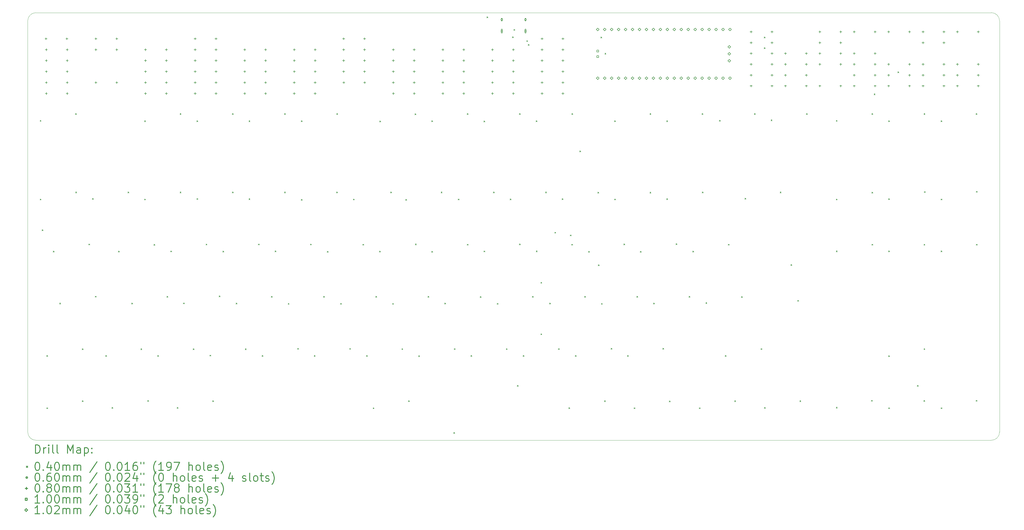
<source format=gbr>
%FSLAX45Y45*%
G04 Gerber Fmt 4.5, Leading zero omitted, Abs format (unit mm)*
G04 Created by KiCad (PCBNEW (5.1.9)-1) date 2021-06-14 20:25:01*
%MOMM*%
%LPD*%
G01*
G04 APERTURE LIST*
%TA.AperFunction,Profile*%
%ADD10C,0.100000*%
%TD*%
%ADD11C,0.200000*%
%ADD12C,0.300000*%
G04 APERTURE END LIST*
D10*
X38952500Y-6268500D02*
X38952500Y-21278500D01*
X38652500Y-5968500D02*
G75*
G02*
X38952500Y-6268500I0J-300000D01*
G01*
X3492500Y-6268500D02*
G75*
G02*
X3792500Y-5968500I300000J0D01*
G01*
X3792500Y-21578500D02*
G75*
G02*
X3492500Y-21278500I0J300000D01*
G01*
X38952500Y-21278500D02*
G75*
G02*
X38652500Y-21578500I-300000J0D01*
G01*
X3792500Y-5968500D02*
X38652500Y-5968500D01*
X3492500Y-21278500D02*
X3492500Y-6268500D01*
X38652500Y-21578500D02*
X3792500Y-21578500D01*
D11*
X3942500Y-9898500D02*
X3982500Y-9938500D01*
X3982500Y-9898500D02*
X3942500Y-9938500D01*
X3942500Y-12768500D02*
X3982500Y-12808500D01*
X3982500Y-12768500D02*
X3942500Y-12808500D01*
X4012500Y-13888500D02*
X4052500Y-13928500D01*
X4052500Y-13888500D02*
X4012500Y-13928500D01*
X4182500Y-18478500D02*
X4222500Y-18518500D01*
X4222500Y-18478500D02*
X4182500Y-18518500D01*
X4182500Y-20388500D02*
X4222500Y-20428500D01*
X4222500Y-20388500D02*
X4182500Y-20428500D01*
X4422500Y-14668500D02*
X4462500Y-14708500D01*
X4462500Y-14668500D02*
X4422500Y-14708500D01*
X4652500Y-16568500D02*
X4692500Y-16608500D01*
X4692500Y-16568500D02*
X4652500Y-16608500D01*
X5236500Y-9650500D02*
X5276500Y-9690500D01*
X5276500Y-9650500D02*
X5236500Y-9690500D01*
X5236700Y-12510500D02*
X5276700Y-12550500D01*
X5276700Y-12510500D02*
X5236700Y-12550500D01*
X5476700Y-18230500D02*
X5516700Y-18270500D01*
X5516700Y-18230500D02*
X5476700Y-18270500D01*
X5476700Y-20130500D02*
X5516700Y-20170500D01*
X5516700Y-20130500D02*
X5476700Y-20170500D01*
X5716700Y-14410500D02*
X5756700Y-14450500D01*
X5756700Y-14410500D02*
X5716700Y-14450500D01*
X5852500Y-12748500D02*
X5892500Y-12788500D01*
X5892500Y-12748500D02*
X5852500Y-12788500D01*
X5951700Y-16315500D02*
X5991700Y-16355500D01*
X5991700Y-16315500D02*
X5951700Y-16355500D01*
X6332500Y-18478500D02*
X6372500Y-18518500D01*
X6372500Y-18478500D02*
X6332500Y-18518500D01*
X6562500Y-20378500D02*
X6602500Y-20418500D01*
X6602500Y-20378500D02*
X6562500Y-20418500D01*
X6802500Y-14668500D02*
X6842500Y-14708500D01*
X6842500Y-14668500D02*
X6802500Y-14708500D01*
X7146700Y-12510500D02*
X7186700Y-12550500D01*
X7186700Y-12510500D02*
X7146700Y-12550500D01*
X7282500Y-16568500D02*
X7322500Y-16608500D01*
X7322500Y-16568500D02*
X7282500Y-16608500D01*
X7616700Y-18230500D02*
X7656700Y-18270500D01*
X7656700Y-18230500D02*
X7616700Y-18270500D01*
X7752500Y-9908500D02*
X7792500Y-9948500D01*
X7792500Y-9908500D02*
X7752500Y-9948500D01*
X7752500Y-12768500D02*
X7792500Y-12808500D01*
X7792500Y-12768500D02*
X7752500Y-12808500D01*
X7866700Y-20120500D02*
X7906700Y-20160500D01*
X7906700Y-20120500D02*
X7866700Y-20160500D01*
X8096700Y-14420500D02*
X8136700Y-14460500D01*
X8136700Y-14420500D02*
X8096700Y-14460500D01*
X8232500Y-18478500D02*
X8272500Y-18518500D01*
X8272500Y-18478500D02*
X8232500Y-18518500D01*
X8566700Y-16320500D02*
X8606700Y-16360500D01*
X8606700Y-16320500D02*
X8566700Y-16360500D01*
X8706500Y-14664500D02*
X8746500Y-14704500D01*
X8746500Y-14664500D02*
X8706500Y-14704500D01*
X8942500Y-20378500D02*
X8982500Y-20418500D01*
X8982500Y-20378500D02*
X8942500Y-20418500D01*
X9046700Y-9650500D02*
X9086700Y-9690500D01*
X9086700Y-9650500D02*
X9046700Y-9690500D01*
X9046700Y-12510500D02*
X9086700Y-12550500D01*
X9086700Y-12510500D02*
X9046700Y-12550500D01*
X9172500Y-16561700D02*
X9212500Y-16601700D01*
X9212500Y-16561700D02*
X9172500Y-16601700D01*
X9526700Y-18230500D02*
X9566700Y-18270500D01*
X9566700Y-18230500D02*
X9526700Y-18270500D01*
X9659000Y-9912000D02*
X9699000Y-9952000D01*
X9699000Y-9912000D02*
X9659000Y-9952000D01*
X9659000Y-12752000D02*
X9699000Y-12792000D01*
X9699000Y-12752000D02*
X9659000Y-12792000D01*
X9996700Y-14410500D02*
X10036700Y-14450500D01*
X10036700Y-14410500D02*
X9996700Y-14450500D01*
X10135300Y-18465700D02*
X10175300Y-18505700D01*
X10175300Y-18465700D02*
X10135300Y-18505700D01*
X10236700Y-20130500D02*
X10276700Y-20170500D01*
X10276700Y-20130500D02*
X10236700Y-20170500D01*
X10476700Y-16300500D02*
X10516700Y-16340500D01*
X10516700Y-16300500D02*
X10476700Y-16340500D01*
X10612500Y-14668500D02*
X10652500Y-14708500D01*
X10652500Y-14668500D02*
X10612500Y-14708500D01*
X10956700Y-9650500D02*
X10996700Y-9690500D01*
X10996700Y-9650500D02*
X10956700Y-9690500D01*
X10956700Y-12510500D02*
X10996700Y-12550500D01*
X10996700Y-12510500D02*
X10956700Y-12550500D01*
X11092500Y-16568500D02*
X11132500Y-16608500D01*
X11132500Y-16568500D02*
X11092500Y-16608500D01*
X11426700Y-18230500D02*
X11466700Y-18270500D01*
X11466700Y-18230500D02*
X11426700Y-18270500D01*
X11562500Y-9908500D02*
X11602500Y-9948500D01*
X11602500Y-9908500D02*
X11562500Y-9948500D01*
X11562500Y-12758500D02*
X11602500Y-12798500D01*
X11602500Y-12758500D02*
X11562500Y-12798500D01*
X11906700Y-14410500D02*
X11946700Y-14450500D01*
X11946700Y-14410500D02*
X11906700Y-14450500D01*
X12042500Y-18478500D02*
X12082500Y-18518500D01*
X12082500Y-18478500D02*
X12042500Y-18518500D01*
X12376700Y-16320500D02*
X12416700Y-16360500D01*
X12416700Y-16320500D02*
X12376700Y-16360500D01*
X12512500Y-14658500D02*
X12552500Y-14698500D01*
X12552500Y-14658500D02*
X12512500Y-14698500D01*
X12856700Y-9650500D02*
X12896700Y-9690500D01*
X12896700Y-9650500D02*
X12856700Y-9690500D01*
X12856700Y-12510500D02*
X12896700Y-12550500D01*
X12896700Y-12510500D02*
X12856700Y-12550500D01*
X12992500Y-16578500D02*
X13032500Y-16618500D01*
X13032500Y-16578500D02*
X12992500Y-16618500D01*
X13336700Y-18220500D02*
X13376700Y-18260500D01*
X13376700Y-18220500D02*
X13336700Y-18260500D01*
X13472500Y-9908500D02*
X13512500Y-9948500D01*
X13512500Y-9908500D02*
X13472500Y-9948500D01*
X13472500Y-12778500D02*
X13512500Y-12818500D01*
X13512500Y-12778500D02*
X13472500Y-12818500D01*
X13806700Y-14410500D02*
X13846700Y-14450500D01*
X13846700Y-14410500D02*
X13806700Y-14450500D01*
X13942500Y-18478500D02*
X13982500Y-18518500D01*
X13982500Y-18478500D02*
X13942500Y-18518500D01*
X14286700Y-16320500D02*
X14326700Y-16360500D01*
X14326700Y-16320500D02*
X14286700Y-16360500D01*
X14422500Y-14678500D02*
X14462500Y-14718500D01*
X14462500Y-14678500D02*
X14422500Y-14718500D01*
X14756700Y-12510500D02*
X14796700Y-12550500D01*
X14796700Y-12510500D02*
X14756700Y-12550500D01*
X14762500Y-9648500D02*
X14802500Y-9688500D01*
X14802500Y-9648500D02*
X14762500Y-9688500D01*
X14902500Y-16578500D02*
X14942500Y-16618500D01*
X14942500Y-16578500D02*
X14902500Y-16618500D01*
X15236700Y-18220500D02*
X15276700Y-18260500D01*
X15276700Y-18220500D02*
X15236700Y-18260500D01*
X15372500Y-12768500D02*
X15412500Y-12808500D01*
X15412500Y-12768500D02*
X15372500Y-12808500D01*
X15712500Y-14418500D02*
X15752500Y-14458500D01*
X15752500Y-14418500D02*
X15712500Y-14458500D01*
X15852500Y-18478500D02*
X15892500Y-18518500D01*
X15892500Y-18478500D02*
X15852500Y-18518500D01*
X16092500Y-20388500D02*
X16132500Y-20428500D01*
X16132500Y-20388500D02*
X16092500Y-20428500D01*
X16192500Y-16318500D02*
X16232500Y-16358500D01*
X16232500Y-16318500D02*
X16192500Y-16358500D01*
X16322500Y-14668500D02*
X16362500Y-14708500D01*
X16362500Y-14668500D02*
X16322500Y-14708500D01*
X16332500Y-9918500D02*
X16372500Y-9958500D01*
X16372500Y-9918500D02*
X16332500Y-9958500D01*
X16732500Y-12508500D02*
X16772500Y-12548500D01*
X16772500Y-12508500D02*
X16732500Y-12548500D01*
X16802500Y-16578500D02*
X16842500Y-16618500D01*
X16842500Y-16578500D02*
X16802500Y-16618500D01*
X17142500Y-18228500D02*
X17182500Y-18268500D01*
X17182500Y-18228500D02*
X17142500Y-18268500D01*
X17282500Y-12778500D02*
X17322500Y-12818500D01*
X17322500Y-12778500D02*
X17282500Y-12818500D01*
X17382500Y-20128500D02*
X17422500Y-20168500D01*
X17422500Y-20128500D02*
X17382500Y-20168500D01*
X17622500Y-9658500D02*
X17662500Y-9698500D01*
X17662500Y-9658500D02*
X17622500Y-9698500D01*
X17632500Y-14408500D02*
X17672500Y-14448500D01*
X17672500Y-14408500D02*
X17632500Y-14448500D01*
X17752500Y-18488500D02*
X17792500Y-18528500D01*
X17792500Y-18488500D02*
X17752500Y-18528500D01*
X18092500Y-16318500D02*
X18132500Y-16358500D01*
X18132500Y-16318500D02*
X18092500Y-16358500D01*
X18232500Y-9908500D02*
X18272500Y-9948500D01*
X18272500Y-9908500D02*
X18232500Y-9948500D01*
X18232500Y-14678500D02*
X18272500Y-14718500D01*
X18272500Y-14678500D02*
X18232500Y-14718500D01*
X18572500Y-12508500D02*
X18612500Y-12548500D01*
X18612500Y-12508500D02*
X18572500Y-12548500D01*
X18702500Y-16568500D02*
X18742500Y-16608500D01*
X18742500Y-16568500D02*
X18702500Y-16608500D01*
X19032500Y-21288500D02*
X19072500Y-21328500D01*
X19072500Y-21288500D02*
X19032500Y-21328500D01*
X19052500Y-18228500D02*
X19092500Y-18268500D01*
X19092500Y-18228500D02*
X19052500Y-18268500D01*
X19192500Y-12768500D02*
X19232500Y-12808500D01*
X19232500Y-12768500D02*
X19192500Y-12808500D01*
X19522500Y-9648500D02*
X19562500Y-9688500D01*
X19562500Y-9648500D02*
X19522500Y-9688500D01*
X19522500Y-14418500D02*
X19562500Y-14458500D01*
X19562500Y-14418500D02*
X19522500Y-14458500D01*
X19662500Y-18478500D02*
X19702500Y-18518500D01*
X19702500Y-18478500D02*
X19662500Y-18518500D01*
X20002500Y-16328500D02*
X20042500Y-16368500D01*
X20042500Y-16328500D02*
X20002500Y-16368500D01*
X20136500Y-9918500D02*
X20176500Y-9958500D01*
X20176500Y-9918500D02*
X20136500Y-9958500D01*
X20136500Y-14665500D02*
X20176500Y-14705500D01*
X20176500Y-14665500D02*
X20136500Y-14705500D01*
X20242500Y-6118499D02*
X20282500Y-6158499D01*
X20282500Y-6118499D02*
X20242500Y-6158499D01*
X20482500Y-12508500D02*
X20522500Y-12548500D01*
X20522500Y-12508500D02*
X20482500Y-12548500D01*
X20614500Y-16578500D02*
X20654500Y-16618500D01*
X20654500Y-16578500D02*
X20614500Y-16618500D01*
X20952500Y-18228500D02*
X20992500Y-18268500D01*
X20992500Y-18228500D02*
X20952500Y-18268500D01*
X21089500Y-12763500D02*
X21129500Y-12803500D01*
X21129500Y-12763500D02*
X21089500Y-12803500D01*
X21177500Y-6845860D02*
X21217500Y-6885860D01*
X21217500Y-6845860D02*
X21177500Y-6885860D01*
X21227500Y-6580140D02*
X21267500Y-6620140D01*
X21267500Y-6580140D02*
X21227500Y-6620140D01*
X21352500Y-19568500D02*
X21392500Y-19608500D01*
X21392500Y-19568500D02*
X21352500Y-19608500D01*
X21432500Y-9648500D02*
X21472500Y-9688500D01*
X21472500Y-9648500D02*
X21432500Y-9688500D01*
X21432500Y-14408500D02*
X21472500Y-14448500D01*
X21472500Y-14408500D02*
X21432500Y-14448500D01*
X21566500Y-18476500D02*
X21606500Y-18516500D01*
X21606500Y-18476500D02*
X21566500Y-18516500D01*
X21698126Y-6985887D02*
X21738126Y-7025887D01*
X21738126Y-6985887D02*
X21698126Y-7025887D01*
X21754939Y-7123047D02*
X21794939Y-7163047D01*
X21794939Y-7123047D02*
X21754939Y-7163047D01*
X21902500Y-16318500D02*
X21942500Y-16358500D01*
X21942500Y-16318500D02*
X21902500Y-16358500D01*
X22041500Y-9910500D02*
X22081500Y-9950500D01*
X22081500Y-9910500D02*
X22041500Y-9950500D01*
X22043500Y-14663500D02*
X22083500Y-14703500D01*
X22083500Y-14663500D02*
X22043500Y-14703500D01*
X22212500Y-15808500D02*
X22252500Y-15848500D01*
X22252500Y-15808500D02*
X22212500Y-15848500D01*
X22212500Y-17688500D02*
X22252500Y-17728500D01*
X22252500Y-17688500D02*
X22212500Y-17728500D01*
X22382500Y-12508500D02*
X22422500Y-12548500D01*
X22422500Y-12508500D02*
X22382500Y-12548500D01*
X22532025Y-16564975D02*
X22572025Y-16604975D01*
X22572025Y-16564975D02*
X22532025Y-16604975D01*
X22722500Y-13978500D02*
X22762500Y-14018500D01*
X22762500Y-13978500D02*
X22722500Y-14018500D01*
X22852500Y-18228500D02*
X22892500Y-18268500D01*
X22892500Y-18228500D02*
X22852500Y-18268500D01*
X22990500Y-12758500D02*
X23030500Y-12798500D01*
X23030500Y-12758500D02*
X22990500Y-12798500D01*
X23233500Y-20382500D02*
X23273500Y-20422500D01*
X23273500Y-20382500D02*
X23233500Y-20422500D01*
X23286700Y-14080500D02*
X23326700Y-14120500D01*
X23326700Y-14080500D02*
X23286700Y-14120500D01*
X23332500Y-14418500D02*
X23372500Y-14458500D01*
X23372500Y-14418500D02*
X23332500Y-14458500D01*
X23342500Y-9648500D02*
X23382500Y-9688500D01*
X23382500Y-9648500D02*
X23342500Y-9688500D01*
X23471500Y-18477500D02*
X23511500Y-18517500D01*
X23511500Y-18477500D02*
X23471500Y-18517500D01*
X23632500Y-11008500D02*
X23672500Y-11048500D01*
X23672500Y-11008500D02*
X23632500Y-11048500D01*
X23812500Y-16318500D02*
X23852500Y-16358500D01*
X23852500Y-16318500D02*
X23812500Y-16358500D01*
X23952500Y-14678500D02*
X23992500Y-14718500D01*
X23992500Y-14678500D02*
X23952500Y-14718500D01*
X24292500Y-12518500D02*
X24332500Y-12558500D01*
X24332500Y-12518500D02*
X24292500Y-12558500D01*
X24306700Y-15170500D02*
X24346700Y-15210500D01*
X24346700Y-15170500D02*
X24306700Y-15210500D01*
X24405000Y-6856000D02*
X24445000Y-6896000D01*
X24445000Y-6856000D02*
X24405000Y-6896000D01*
X24422500Y-16578500D02*
X24462500Y-16618500D01*
X24462500Y-16578500D02*
X24422500Y-16618500D01*
X24532500Y-20128500D02*
X24572500Y-20168500D01*
X24572500Y-20128500D02*
X24532500Y-20168500D01*
X24550000Y-7449100D02*
X24590000Y-7489100D01*
X24590000Y-7449100D02*
X24550000Y-7489100D01*
X24772500Y-18218500D02*
X24812500Y-18258500D01*
X24812500Y-18218500D02*
X24772500Y-18258500D01*
X24902500Y-9908500D02*
X24942500Y-9948500D01*
X24942500Y-9908500D02*
X24902500Y-9948500D01*
X24902500Y-12768500D02*
X24942500Y-12808500D01*
X24942500Y-12768500D02*
X24902500Y-12808500D01*
X25242500Y-14408500D02*
X25282500Y-14448500D01*
X25282500Y-14408500D02*
X25242500Y-14448500D01*
X25372500Y-18478500D02*
X25412500Y-18518500D01*
X25412500Y-18478500D02*
X25372500Y-18518500D01*
X25612500Y-20388500D02*
X25652500Y-20428500D01*
X25652500Y-20388500D02*
X25612500Y-20428500D01*
X25712500Y-16318500D02*
X25752500Y-16358500D01*
X25752500Y-16318500D02*
X25712500Y-16358500D01*
X25842500Y-14678500D02*
X25882500Y-14718500D01*
X25882500Y-14678500D02*
X25842500Y-14718500D01*
X26192500Y-9648500D02*
X26232500Y-9688500D01*
X26232500Y-9648500D02*
X26192500Y-9688500D01*
X26192500Y-12518500D02*
X26232500Y-12558500D01*
X26232500Y-12518500D02*
X26192500Y-12558500D01*
X26322500Y-16568500D02*
X26362500Y-16608500D01*
X26362500Y-16568500D02*
X26322500Y-16608500D01*
X26662500Y-18218500D02*
X26702500Y-18258500D01*
X26702500Y-18218500D02*
X26662500Y-18258500D01*
X26802500Y-9908500D02*
X26842500Y-9948500D01*
X26842500Y-9908500D02*
X26802500Y-9948500D01*
X26802500Y-12758500D02*
X26842500Y-12798500D01*
X26842500Y-12758500D02*
X26802500Y-12798500D01*
X26902500Y-20138500D02*
X26942500Y-20178500D01*
X26942500Y-20138500D02*
X26902500Y-20178500D01*
X27142500Y-14398500D02*
X27182500Y-14438500D01*
X27182500Y-14398500D02*
X27142500Y-14438500D01*
X27622500Y-16318500D02*
X27662500Y-16358500D01*
X27662500Y-16318500D02*
X27622500Y-16358500D01*
X27752500Y-14668500D02*
X27792500Y-14708500D01*
X27792500Y-14668500D02*
X27752500Y-14708500D01*
X27992500Y-20388500D02*
X28032500Y-20428500D01*
X28032500Y-20388500D02*
X27992500Y-20428500D01*
X28092500Y-9648500D02*
X28132500Y-9688500D01*
X28132500Y-9648500D02*
X28092500Y-9688500D01*
X28102500Y-12508500D02*
X28142500Y-12548500D01*
X28142500Y-12508500D02*
X28102500Y-12548500D01*
X28232500Y-16548500D02*
X28272500Y-16588500D01*
X28272500Y-16548500D02*
X28232500Y-16588500D01*
X28727500Y-9893500D02*
X28767500Y-9933500D01*
X28767500Y-9893500D02*
X28727500Y-9933500D01*
X28942500Y-18478500D02*
X28982500Y-18518500D01*
X28982500Y-18478500D02*
X28942500Y-18518500D01*
X29052500Y-14418500D02*
X29092500Y-14458500D01*
X29092500Y-14418500D02*
X29052500Y-14458500D01*
X29282500Y-20128500D02*
X29322500Y-20168500D01*
X29322500Y-20128500D02*
X29282500Y-20168500D01*
X29532500Y-16328500D02*
X29572500Y-16368500D01*
X29572500Y-16328500D02*
X29532500Y-16368500D01*
X29662500Y-12738500D02*
X29702500Y-12778500D01*
X29702500Y-12738500D02*
X29662500Y-12778500D01*
X30002500Y-9648500D02*
X30042500Y-9688500D01*
X30042500Y-9648500D02*
X30002500Y-9688500D01*
X30242500Y-18228500D02*
X30282500Y-18268500D01*
X30282500Y-18228500D02*
X30242500Y-18268500D01*
X30362500Y-6853500D02*
X30402500Y-6893500D01*
X30402500Y-6853500D02*
X30362500Y-6893500D01*
X30362500Y-7241000D02*
X30402500Y-7281000D01*
X30402500Y-7241000D02*
X30362500Y-7281000D01*
X30372500Y-20378500D02*
X30412500Y-20418500D01*
X30412500Y-20378500D02*
X30372500Y-20418500D01*
X30612500Y-9878500D02*
X30652500Y-9918500D01*
X30652500Y-9878500D02*
X30612500Y-9918500D01*
X30942500Y-12508500D02*
X30982500Y-12548500D01*
X30982500Y-12508500D02*
X30942500Y-12548500D01*
X31338750Y-15162250D02*
X31378750Y-15202250D01*
X31378750Y-15162250D02*
X31338750Y-15202250D01*
X31582500Y-16468500D02*
X31622500Y-16508500D01*
X31622500Y-16468500D02*
X31582500Y-16508500D01*
X31662500Y-20128500D02*
X31702500Y-20168500D01*
X31702500Y-20128500D02*
X31662500Y-20168500D01*
X31903000Y-9650500D02*
X31943000Y-9690500D01*
X31943000Y-9650500D02*
X31903000Y-9690500D01*
X32992500Y-9898500D02*
X33032500Y-9938500D01*
X33032500Y-9898500D02*
X32992500Y-9938500D01*
X32992500Y-12768500D02*
X33032500Y-12808500D01*
X33032500Y-12768500D02*
X32992500Y-12808500D01*
X32992500Y-14658500D02*
X33032500Y-14698500D01*
X33032500Y-14658500D02*
X32992500Y-14698500D01*
X32992500Y-20368500D02*
X33032500Y-20408500D01*
X33032500Y-20368500D02*
X32992500Y-20408500D01*
X34272500Y-20118500D02*
X34312500Y-20158500D01*
X34312500Y-20118500D02*
X34272500Y-20158500D01*
X34292500Y-9648500D02*
X34332500Y-9688500D01*
X34332500Y-9648500D02*
X34292500Y-9688500D01*
X34292500Y-12518500D02*
X34332500Y-12558500D01*
X34332500Y-12518500D02*
X34292500Y-12558500D01*
X34292500Y-14418500D02*
X34332500Y-14458500D01*
X34332500Y-14418500D02*
X34292500Y-14458500D01*
X34372500Y-8928500D02*
X34412500Y-8968500D01*
X34412500Y-8928500D02*
X34372500Y-8968500D01*
X34902500Y-9908500D02*
X34942500Y-9948500D01*
X34942500Y-9908500D02*
X34902500Y-9948500D01*
X34902500Y-12758500D02*
X34942500Y-12798500D01*
X34942500Y-12758500D02*
X34902500Y-12798500D01*
X34902500Y-14658500D02*
X34942500Y-14698500D01*
X34942500Y-14658500D02*
X34902500Y-14698500D01*
X34902500Y-18488500D02*
X34942500Y-18528500D01*
X34942500Y-18488500D02*
X34902500Y-18528500D01*
X34902500Y-20388500D02*
X34942500Y-20428500D01*
X34942500Y-20388500D02*
X34902500Y-20428500D01*
X35241500Y-8124500D02*
X35281500Y-8164500D01*
X35281500Y-8124500D02*
X35241500Y-8164500D01*
X35952500Y-19568500D02*
X35992500Y-19608500D01*
X35992500Y-19568500D02*
X35952500Y-19608500D01*
X36185600Y-20121600D02*
X36225600Y-20161600D01*
X36225600Y-20121600D02*
X36185600Y-20161600D01*
X36192500Y-9648500D02*
X36232500Y-9688500D01*
X36232500Y-9648500D02*
X36192500Y-9688500D01*
X36192500Y-14418500D02*
X36232500Y-14458500D01*
X36232500Y-14418500D02*
X36192500Y-14458500D01*
X36192500Y-18228500D02*
X36232500Y-18268500D01*
X36232500Y-18228500D02*
X36192500Y-18268500D01*
X36202500Y-12498500D02*
X36242500Y-12538500D01*
X36242500Y-12498500D02*
X36202500Y-12538500D01*
X36812500Y-9908500D02*
X36852500Y-9948500D01*
X36852500Y-9908500D02*
X36812500Y-9948500D01*
X36812500Y-12768500D02*
X36852500Y-12808500D01*
X36852500Y-12768500D02*
X36812500Y-12808500D01*
X36812500Y-14658500D02*
X36852500Y-14698500D01*
X36852500Y-14658500D02*
X36812500Y-14698500D01*
X36812500Y-20388500D02*
X36852500Y-20428500D01*
X36852500Y-20388500D02*
X36812500Y-20428500D01*
X38090600Y-20116600D02*
X38130600Y-20156600D01*
X38130600Y-20116600D02*
X38090600Y-20156600D01*
X38092500Y-9648500D02*
X38132500Y-9688500D01*
X38132500Y-9648500D02*
X38092500Y-9688500D01*
X38102500Y-12488500D02*
X38142500Y-12528500D01*
X38142500Y-12488500D02*
X38102500Y-12528500D01*
X38102500Y-14418500D02*
X38142500Y-14458500D01*
X38142500Y-14418500D02*
X38102500Y-14458500D01*
X20820500Y-6223500D02*
G75*
G03*
X20820500Y-6223500I-30000J0D01*
G01*
X20810500Y-6253500D02*
X20810500Y-6193500D01*
X20770500Y-6253500D02*
X20770500Y-6193500D01*
X20810500Y-6193500D02*
G75*
G03*
X20770500Y-6193500I-20000J0D01*
G01*
X20770500Y-6253500D02*
G75*
G03*
X20810500Y-6253500I20000J0D01*
G01*
X20820500Y-6641500D02*
G75*
G03*
X20820500Y-6641500I-30000J0D01*
G01*
X20810500Y-6696500D02*
X20810500Y-6586500D01*
X20770500Y-6696500D02*
X20770500Y-6586500D01*
X20810500Y-6586500D02*
G75*
G03*
X20770500Y-6586500I-20000J0D01*
G01*
X20770500Y-6696500D02*
G75*
G03*
X20810500Y-6696500I20000J0D01*
G01*
X21684500Y-6223500D02*
G75*
G03*
X21684500Y-6223500I-30000J0D01*
G01*
X21674500Y-6253500D02*
X21674500Y-6193500D01*
X21634500Y-6253500D02*
X21634500Y-6193500D01*
X21674500Y-6193500D02*
G75*
G03*
X21634500Y-6193500I-20000J0D01*
G01*
X21634500Y-6253500D02*
G75*
G03*
X21674500Y-6253500I20000J0D01*
G01*
X21684500Y-6641500D02*
G75*
G03*
X21684500Y-6641500I-30000J0D01*
G01*
X21674500Y-6696500D02*
X21674500Y-6586500D01*
X21634500Y-6696500D02*
X21634500Y-6586500D01*
X21674500Y-6586500D02*
G75*
G03*
X21634500Y-6586500I-20000J0D01*
G01*
X21634500Y-6696500D02*
G75*
G03*
X21674500Y-6696500I20000J0D01*
G01*
X4160500Y-6878500D02*
X4160500Y-6958500D01*
X4120500Y-6918500D02*
X4200500Y-6918500D01*
X4170500Y-7278500D02*
X4170500Y-7358500D01*
X4130500Y-7318500D02*
X4210500Y-7318500D01*
X4170500Y-7678500D02*
X4170500Y-7758500D01*
X4130500Y-7718500D02*
X4210500Y-7718500D01*
X4170500Y-8078500D02*
X4170500Y-8158500D01*
X4130500Y-8118500D02*
X4210500Y-8118500D01*
X4170500Y-8478500D02*
X4170500Y-8558500D01*
X4130500Y-8518500D02*
X4210500Y-8518500D01*
X4170500Y-8878500D02*
X4170500Y-8958500D01*
X4130500Y-8918500D02*
X4210500Y-8918500D01*
X4922500Y-6878500D02*
X4922500Y-6958500D01*
X4882500Y-6918500D02*
X4962500Y-6918500D01*
X4932500Y-7278500D02*
X4932500Y-7358500D01*
X4892500Y-7318500D02*
X4972500Y-7318500D01*
X4932500Y-7678500D02*
X4932500Y-7758500D01*
X4892500Y-7718500D02*
X4972500Y-7718500D01*
X4932500Y-8078500D02*
X4932500Y-8158500D01*
X4892500Y-8118500D02*
X4972500Y-8118500D01*
X4932500Y-8478500D02*
X4932500Y-8558500D01*
X4892500Y-8518500D02*
X4972500Y-8518500D01*
X4932500Y-8878500D02*
X4932500Y-8958500D01*
X4892500Y-8918500D02*
X4972500Y-8918500D01*
X5980500Y-6878500D02*
X5980500Y-6958500D01*
X5940500Y-6918500D02*
X6020500Y-6918500D01*
X5980500Y-7278500D02*
X5980500Y-7358500D01*
X5940500Y-7318500D02*
X6020500Y-7318500D01*
X5980500Y-8478500D02*
X5980500Y-8558500D01*
X5940500Y-8518500D02*
X6020500Y-8518500D01*
X6742500Y-6878500D02*
X6742500Y-6958500D01*
X6702500Y-6918500D02*
X6782500Y-6918500D01*
X6742500Y-7278500D02*
X6742500Y-7358500D01*
X6702500Y-7318500D02*
X6782500Y-7318500D01*
X6742500Y-8478500D02*
X6742500Y-8558500D01*
X6702500Y-8518500D02*
X6782500Y-8518500D01*
X7790500Y-7278500D02*
X7790500Y-7358500D01*
X7750500Y-7318500D02*
X7830500Y-7318500D01*
X7790500Y-7678500D02*
X7790500Y-7758500D01*
X7750500Y-7718500D02*
X7830500Y-7718500D01*
X7790500Y-8078500D02*
X7790500Y-8158500D01*
X7750500Y-8118500D02*
X7830500Y-8118500D01*
X7790500Y-8478500D02*
X7790500Y-8558500D01*
X7750500Y-8518500D02*
X7830500Y-8518500D01*
X7790500Y-8878500D02*
X7790500Y-8958500D01*
X7750500Y-8918500D02*
X7830500Y-8918500D01*
X8552500Y-7278500D02*
X8552500Y-7358500D01*
X8512500Y-7318500D02*
X8592500Y-7318500D01*
X8552500Y-7678500D02*
X8552500Y-7758500D01*
X8512500Y-7718500D02*
X8592500Y-7718500D01*
X8552500Y-8078500D02*
X8552500Y-8158500D01*
X8512500Y-8118500D02*
X8592500Y-8118500D01*
X8552500Y-8478500D02*
X8552500Y-8558500D01*
X8512500Y-8518500D02*
X8592500Y-8518500D01*
X8552500Y-8878500D02*
X8552500Y-8958500D01*
X8512500Y-8918500D02*
X8592500Y-8918500D01*
X9600500Y-6878500D02*
X9600500Y-6958500D01*
X9560500Y-6918500D02*
X9640500Y-6918500D01*
X9600500Y-7278500D02*
X9600500Y-7358500D01*
X9560500Y-7318500D02*
X9640500Y-7318500D01*
X9600500Y-7678500D02*
X9600500Y-7758500D01*
X9560500Y-7718500D02*
X9640500Y-7718500D01*
X9600500Y-8078500D02*
X9600500Y-8158500D01*
X9560500Y-8118500D02*
X9640500Y-8118500D01*
X9600500Y-8478500D02*
X9600500Y-8558500D01*
X9560500Y-8518500D02*
X9640500Y-8518500D01*
X9600500Y-8878500D02*
X9600500Y-8958500D01*
X9560500Y-8918500D02*
X9640500Y-8918500D01*
X10362500Y-6878500D02*
X10362500Y-6958500D01*
X10322500Y-6918500D02*
X10402500Y-6918500D01*
X10362500Y-7278500D02*
X10362500Y-7358500D01*
X10322500Y-7318500D02*
X10402500Y-7318500D01*
X10362500Y-7678500D02*
X10362500Y-7758500D01*
X10322500Y-7718500D02*
X10402500Y-7718500D01*
X10362500Y-8078500D02*
X10362500Y-8158500D01*
X10322500Y-8118500D02*
X10402500Y-8118500D01*
X10362500Y-8478500D02*
X10362500Y-8558500D01*
X10322500Y-8518500D02*
X10402500Y-8518500D01*
X10362500Y-8878500D02*
X10362500Y-8958500D01*
X10322500Y-8918500D02*
X10402500Y-8918500D01*
X11410500Y-7278500D02*
X11410500Y-7358500D01*
X11370500Y-7318500D02*
X11450500Y-7318500D01*
X11410500Y-7678500D02*
X11410500Y-7758500D01*
X11370500Y-7718500D02*
X11450500Y-7718500D01*
X11410500Y-8078500D02*
X11410500Y-8158500D01*
X11370500Y-8118500D02*
X11450500Y-8118500D01*
X11410500Y-8478500D02*
X11410500Y-8558500D01*
X11370500Y-8518500D02*
X11450500Y-8518500D01*
X11410500Y-8878500D02*
X11410500Y-8958500D01*
X11370500Y-8918500D02*
X11450500Y-8918500D01*
X12172500Y-7278500D02*
X12172500Y-7358500D01*
X12132500Y-7318500D02*
X12212500Y-7318500D01*
X12172500Y-7678500D02*
X12172500Y-7758500D01*
X12132500Y-7718500D02*
X12212500Y-7718500D01*
X12172500Y-8078500D02*
X12172500Y-8158500D01*
X12132500Y-8118500D02*
X12212500Y-8118500D01*
X12172500Y-8478500D02*
X12172500Y-8558500D01*
X12132500Y-8518500D02*
X12212500Y-8518500D01*
X12172500Y-8878500D02*
X12172500Y-8958500D01*
X12132500Y-8918500D02*
X12212500Y-8918500D01*
X13215500Y-8478500D02*
X13215500Y-8558500D01*
X13175500Y-8518500D02*
X13255500Y-8518500D01*
X13215500Y-8878500D02*
X13215500Y-8958500D01*
X13175500Y-8918500D02*
X13255500Y-8918500D01*
X13220500Y-7278500D02*
X13220500Y-7358500D01*
X13180500Y-7318500D02*
X13260500Y-7318500D01*
X13220500Y-7678500D02*
X13220500Y-7758500D01*
X13180500Y-7718500D02*
X13260500Y-7718500D01*
X13220500Y-8078500D02*
X13220500Y-8158500D01*
X13180500Y-8118500D02*
X13260500Y-8118500D01*
X13977500Y-8478500D02*
X13977500Y-8558500D01*
X13937500Y-8518500D02*
X14017500Y-8518500D01*
X13977500Y-8878500D02*
X13977500Y-8958500D01*
X13937500Y-8918500D02*
X14017500Y-8918500D01*
X13982500Y-7278500D02*
X13982500Y-7358500D01*
X13942500Y-7318500D02*
X14022500Y-7318500D01*
X13982500Y-7678500D02*
X13982500Y-7758500D01*
X13942500Y-7718500D02*
X14022500Y-7718500D01*
X13982500Y-8078500D02*
X13982500Y-8158500D01*
X13942500Y-8118500D02*
X14022500Y-8118500D01*
X15020500Y-6878500D02*
X15020500Y-6958500D01*
X14980500Y-6918500D02*
X15060500Y-6918500D01*
X15020500Y-7278500D02*
X15020500Y-7358500D01*
X14980500Y-7318500D02*
X15060500Y-7318500D01*
X15020500Y-7678500D02*
X15020500Y-7758500D01*
X14980500Y-7718500D02*
X15060500Y-7718500D01*
X15020500Y-8078500D02*
X15020500Y-8158500D01*
X14980500Y-8118500D02*
X15060500Y-8118500D01*
X15024500Y-8478500D02*
X15024500Y-8558500D01*
X14984500Y-8518500D02*
X15064500Y-8518500D01*
X15782500Y-6878500D02*
X15782500Y-6958500D01*
X15742500Y-6918500D02*
X15822500Y-6918500D01*
X15782500Y-7278500D02*
X15782500Y-7358500D01*
X15742500Y-7318500D02*
X15822500Y-7318500D01*
X15782500Y-7678500D02*
X15782500Y-7758500D01*
X15742500Y-7718500D02*
X15822500Y-7718500D01*
X15782500Y-8078500D02*
X15782500Y-8158500D01*
X15742500Y-8118500D02*
X15822500Y-8118500D01*
X15786500Y-8478500D02*
X15786500Y-8558500D01*
X15746500Y-8518500D02*
X15826500Y-8518500D01*
X16830500Y-7278500D02*
X16830500Y-7358500D01*
X16790500Y-7318500D02*
X16870500Y-7318500D01*
X16830500Y-7678500D02*
X16830500Y-7758500D01*
X16790500Y-7718500D02*
X16870500Y-7718500D01*
X16830500Y-8078500D02*
X16830500Y-8158500D01*
X16790500Y-8118500D02*
X16870500Y-8118500D01*
X16833500Y-8478500D02*
X16833500Y-8558500D01*
X16793500Y-8518500D02*
X16873500Y-8518500D01*
X16834500Y-8878500D02*
X16834500Y-8958500D01*
X16794500Y-8918500D02*
X16874500Y-8918500D01*
X17592500Y-7278500D02*
X17592500Y-7358500D01*
X17552500Y-7318500D02*
X17632500Y-7318500D01*
X17592500Y-7678500D02*
X17592500Y-7758500D01*
X17552500Y-7718500D02*
X17632500Y-7718500D01*
X17592500Y-8078500D02*
X17592500Y-8158500D01*
X17552500Y-8118500D02*
X17632500Y-8118500D01*
X17595500Y-8478500D02*
X17595500Y-8558500D01*
X17555500Y-8518500D02*
X17635500Y-8518500D01*
X17596500Y-8878500D02*
X17596500Y-8958500D01*
X17556500Y-8918500D02*
X17636500Y-8918500D01*
X18640500Y-7278500D02*
X18640500Y-7358500D01*
X18600500Y-7318500D02*
X18680500Y-7318500D01*
X18640500Y-7678500D02*
X18640500Y-7758500D01*
X18600500Y-7718500D02*
X18680500Y-7718500D01*
X18640500Y-8078500D02*
X18640500Y-8158500D01*
X18600500Y-8118500D02*
X18680500Y-8118500D01*
X18640500Y-8478500D02*
X18640500Y-8558500D01*
X18600500Y-8518500D02*
X18680500Y-8518500D01*
X18640500Y-8878500D02*
X18640500Y-8958500D01*
X18600500Y-8918500D02*
X18680500Y-8918500D01*
X19402500Y-7278500D02*
X19402500Y-7358500D01*
X19362500Y-7318500D02*
X19442500Y-7318500D01*
X19402500Y-7678500D02*
X19402500Y-7758500D01*
X19362500Y-7718500D02*
X19442500Y-7718500D01*
X19402500Y-8078500D02*
X19402500Y-8158500D01*
X19362500Y-8118500D02*
X19442500Y-8118500D01*
X19402500Y-8478500D02*
X19402500Y-8558500D01*
X19362500Y-8518500D02*
X19442500Y-8518500D01*
X19402500Y-8878500D02*
X19402500Y-8958500D01*
X19362500Y-8918500D02*
X19442500Y-8918500D01*
X20450500Y-7278500D02*
X20450500Y-7358500D01*
X20410500Y-7318500D02*
X20490500Y-7318500D01*
X20450500Y-7678500D02*
X20450500Y-7758500D01*
X20410500Y-7718500D02*
X20490500Y-7718500D01*
X20450500Y-8078500D02*
X20450500Y-8158500D01*
X20410500Y-8118500D02*
X20490500Y-8118500D01*
X20450500Y-8478500D02*
X20450500Y-8558500D01*
X20410500Y-8518500D02*
X20490500Y-8518500D01*
X20450500Y-8878500D02*
X20450500Y-8958500D01*
X20410500Y-8918500D02*
X20490500Y-8918500D01*
X21212500Y-7278500D02*
X21212500Y-7358500D01*
X21172500Y-7318500D02*
X21252500Y-7318500D01*
X21212500Y-7678500D02*
X21212500Y-7758500D01*
X21172500Y-7718500D02*
X21252500Y-7718500D01*
X21212500Y-8078500D02*
X21212500Y-8158500D01*
X21172500Y-8118500D02*
X21252500Y-8118500D01*
X21212500Y-8478500D02*
X21212500Y-8558500D01*
X21172500Y-8518500D02*
X21252500Y-8518500D01*
X21212500Y-8878500D02*
X21212500Y-8958500D01*
X21172500Y-8918500D02*
X21252500Y-8918500D01*
X22260500Y-6878500D02*
X22260500Y-6958500D01*
X22220500Y-6918500D02*
X22300500Y-6918500D01*
X22260500Y-7278500D02*
X22260500Y-7358500D01*
X22220500Y-7318500D02*
X22300500Y-7318500D01*
X22260500Y-7678500D02*
X22260500Y-7758500D01*
X22220500Y-7718500D02*
X22300500Y-7718500D01*
X22260500Y-8078500D02*
X22260500Y-8158500D01*
X22220500Y-8118500D02*
X22300500Y-8118500D01*
X22260500Y-8478500D02*
X22260500Y-8558500D01*
X22220500Y-8518500D02*
X22300500Y-8518500D01*
X22260500Y-8878500D02*
X22260500Y-8958500D01*
X22220500Y-8918500D02*
X22300500Y-8918500D01*
X23022500Y-6878500D02*
X23022500Y-6958500D01*
X22982500Y-6918500D02*
X23062500Y-6918500D01*
X23022500Y-7278500D02*
X23022500Y-7358500D01*
X22982500Y-7318500D02*
X23062500Y-7318500D01*
X23022500Y-7678500D02*
X23022500Y-7758500D01*
X22982500Y-7718500D02*
X23062500Y-7718500D01*
X23022500Y-8078500D02*
X23022500Y-8158500D01*
X22982500Y-8118500D02*
X23062500Y-8118500D01*
X23022500Y-8478500D02*
X23022500Y-8558500D01*
X22982500Y-8518500D02*
X23062500Y-8518500D01*
X23022500Y-8878500D02*
X23022500Y-8958500D01*
X22982500Y-8918500D02*
X23062500Y-8918500D01*
X29885500Y-6628500D02*
X29885500Y-6708500D01*
X29845500Y-6668500D02*
X29925500Y-6668500D01*
X29885500Y-7023500D02*
X29885500Y-7103500D01*
X29845500Y-7063500D02*
X29925500Y-7063500D01*
X29885500Y-7418500D02*
X29885500Y-7498500D01*
X29845500Y-7458500D02*
X29925500Y-7458500D01*
X29885500Y-7813500D02*
X29885500Y-7893500D01*
X29845500Y-7853500D02*
X29925500Y-7853500D01*
X29885500Y-8208500D02*
X29885500Y-8288500D01*
X29845500Y-8248500D02*
X29925500Y-8248500D01*
X29885500Y-8603500D02*
X29885500Y-8683500D01*
X29845500Y-8643500D02*
X29925500Y-8643500D01*
X30647500Y-6628500D02*
X30647500Y-6708500D01*
X30607500Y-6668500D02*
X30687500Y-6668500D01*
X30647500Y-7023500D02*
X30647500Y-7103500D01*
X30607500Y-7063500D02*
X30687500Y-7063500D01*
X30647500Y-7418500D02*
X30647500Y-7498500D01*
X30607500Y-7458500D02*
X30687500Y-7458500D01*
X30647500Y-7813500D02*
X30647500Y-7893500D01*
X30607500Y-7853500D02*
X30687500Y-7853500D01*
X30647500Y-8208500D02*
X30647500Y-8288500D01*
X30607500Y-8248500D02*
X30687500Y-8248500D01*
X30647500Y-8603500D02*
X30647500Y-8683500D01*
X30607500Y-8643500D02*
X30687500Y-8643500D01*
X31140500Y-7418500D02*
X31140500Y-7498500D01*
X31100500Y-7458500D02*
X31180500Y-7458500D01*
X31140500Y-7813500D02*
X31140500Y-7893500D01*
X31100500Y-7853500D02*
X31180500Y-7853500D01*
X31140500Y-8208500D02*
X31140500Y-8288500D01*
X31100500Y-8248500D02*
X31180500Y-8248500D01*
X31140500Y-8603500D02*
X31140500Y-8683500D01*
X31100500Y-8643500D02*
X31180500Y-8643500D01*
X31902500Y-7418500D02*
X31902500Y-7498500D01*
X31862500Y-7458500D02*
X31942500Y-7458500D01*
X31902500Y-7813500D02*
X31902500Y-7893500D01*
X31862500Y-7853500D02*
X31942500Y-7853500D01*
X31902500Y-8208500D02*
X31902500Y-8288500D01*
X31862500Y-8248500D02*
X31942500Y-8248500D01*
X31902500Y-8603500D02*
X31902500Y-8683500D01*
X31862500Y-8643500D02*
X31942500Y-8643500D01*
X32395500Y-6628500D02*
X32395500Y-6708500D01*
X32355500Y-6668500D02*
X32435500Y-6668500D01*
X32395500Y-7023500D02*
X32395500Y-7103500D01*
X32355500Y-7063500D02*
X32435500Y-7063500D01*
X32395500Y-7418500D02*
X32395500Y-7498500D01*
X32355500Y-7458500D02*
X32435500Y-7458500D01*
X32395500Y-7813500D02*
X32395500Y-7893500D01*
X32355500Y-7853500D02*
X32435500Y-7853500D01*
X32395500Y-8603500D02*
X32395500Y-8683500D01*
X32355500Y-8643500D02*
X32435500Y-8643500D01*
X33157500Y-6628500D02*
X33157500Y-6708500D01*
X33117500Y-6668500D02*
X33197500Y-6668500D01*
X33157500Y-7023500D02*
X33157500Y-7103500D01*
X33117500Y-7063500D02*
X33197500Y-7063500D01*
X33157500Y-7418500D02*
X33157500Y-7498500D01*
X33117500Y-7458500D02*
X33197500Y-7458500D01*
X33157500Y-7813500D02*
X33157500Y-7893500D01*
X33117500Y-7853500D02*
X33197500Y-7853500D01*
X33157500Y-8603500D02*
X33157500Y-8683500D01*
X33117500Y-8643500D02*
X33197500Y-8643500D01*
X33650500Y-6628500D02*
X33650500Y-6708500D01*
X33610500Y-6668500D02*
X33690500Y-6668500D01*
X33650500Y-7418500D02*
X33650500Y-7498500D01*
X33610500Y-7458500D02*
X33690500Y-7458500D01*
X33650500Y-7813500D02*
X33650500Y-7893500D01*
X33610500Y-7853500D02*
X33690500Y-7853500D01*
X33650500Y-8208500D02*
X33650500Y-8288500D01*
X33610500Y-8248500D02*
X33690500Y-8248500D01*
X33650500Y-8603500D02*
X33650500Y-8683500D01*
X33610500Y-8643500D02*
X33690500Y-8643500D01*
X34412500Y-6628500D02*
X34412500Y-6708500D01*
X34372500Y-6668500D02*
X34452500Y-6668500D01*
X34412500Y-7418500D02*
X34412500Y-7498500D01*
X34372500Y-7458500D02*
X34452500Y-7458500D01*
X34412500Y-7813500D02*
X34412500Y-7893500D01*
X34372500Y-7853500D02*
X34452500Y-7853500D01*
X34412500Y-8208500D02*
X34412500Y-8288500D01*
X34372500Y-8248500D02*
X34452500Y-8248500D01*
X34412500Y-8603500D02*
X34412500Y-8683500D01*
X34372500Y-8643500D02*
X34452500Y-8643500D01*
X34905500Y-6628500D02*
X34905500Y-6708500D01*
X34865500Y-6668500D02*
X34945500Y-6668500D01*
X34905500Y-7813500D02*
X34905500Y-7893500D01*
X34865500Y-7853500D02*
X34945500Y-7853500D01*
X34905500Y-8208500D02*
X34905500Y-8288500D01*
X34865500Y-8248500D02*
X34945500Y-8248500D01*
X34905500Y-8603500D02*
X34905500Y-8683500D01*
X34865500Y-8643500D02*
X34945500Y-8643500D01*
X35667500Y-6628500D02*
X35667500Y-6708500D01*
X35627500Y-6668500D02*
X35707500Y-6668500D01*
X35667500Y-7813500D02*
X35667500Y-7893500D01*
X35627500Y-7853500D02*
X35707500Y-7853500D01*
X35667500Y-8208500D02*
X35667500Y-8288500D01*
X35627500Y-8248500D02*
X35707500Y-8248500D01*
X35667500Y-8603500D02*
X35667500Y-8683500D01*
X35627500Y-8643500D02*
X35707500Y-8643500D01*
X36160500Y-6628500D02*
X36160500Y-6708500D01*
X36120500Y-6668500D02*
X36200500Y-6668500D01*
X36160500Y-7023500D02*
X36160500Y-7103500D01*
X36120500Y-7063500D02*
X36200500Y-7063500D01*
X36160500Y-7813500D02*
X36160500Y-7893500D01*
X36120500Y-7853500D02*
X36200500Y-7853500D01*
X36160500Y-8208500D02*
X36160500Y-8288500D01*
X36120500Y-8248500D02*
X36200500Y-8248500D01*
X36160500Y-8603500D02*
X36160500Y-8683500D01*
X36120500Y-8643500D02*
X36200500Y-8643500D01*
X36922500Y-6628500D02*
X36922500Y-6708500D01*
X36882500Y-6668500D02*
X36962500Y-6668500D01*
X36922500Y-7023500D02*
X36922500Y-7103500D01*
X36882500Y-7063500D02*
X36962500Y-7063500D01*
X36922500Y-7813500D02*
X36922500Y-7893500D01*
X36882500Y-7853500D02*
X36962500Y-7853500D01*
X36922500Y-8208500D02*
X36922500Y-8288500D01*
X36882500Y-8248500D02*
X36962500Y-8248500D01*
X36922500Y-8603500D02*
X36922500Y-8683500D01*
X36882500Y-8643500D02*
X36962500Y-8643500D01*
X37415500Y-6628500D02*
X37415500Y-6708500D01*
X37375500Y-6668500D02*
X37455500Y-6668500D01*
X37415500Y-7813500D02*
X37415500Y-7893500D01*
X37375500Y-7853500D02*
X37455500Y-7853500D01*
X37415500Y-8208500D02*
X37415500Y-8288500D01*
X37375500Y-8248500D02*
X37455500Y-8248500D01*
X37415500Y-8603500D02*
X37415500Y-8683500D01*
X37375500Y-8643500D02*
X37455500Y-8643500D01*
X38177500Y-6628500D02*
X38177500Y-6708500D01*
X38137500Y-6668500D02*
X38217500Y-6668500D01*
X38177500Y-7813500D02*
X38177500Y-7893500D01*
X38137500Y-7853500D02*
X38217500Y-7853500D01*
X38177500Y-8208500D02*
X38177500Y-8288500D01*
X38137500Y-8248500D02*
X38217500Y-8248500D01*
X38177500Y-8603500D02*
X38177500Y-8683500D01*
X38137500Y-8643500D02*
X38217500Y-8643500D01*
X24327856Y-7404756D02*
X24327856Y-7334044D01*
X24257144Y-7334044D01*
X24257144Y-7404756D01*
X24327856Y-7404756D01*
X24327856Y-7607956D02*
X24327856Y-7537244D01*
X24257144Y-7537244D01*
X24257144Y-7607956D01*
X24327856Y-7607956D01*
X24292000Y-6633000D02*
X24343000Y-6582000D01*
X24292000Y-6531000D01*
X24241000Y-6582000D01*
X24292000Y-6633000D01*
X24292000Y-8411000D02*
X24343000Y-8360000D01*
X24292000Y-8309000D01*
X24241000Y-8360000D01*
X24292000Y-8411000D01*
X24546000Y-6633000D02*
X24597000Y-6582000D01*
X24546000Y-6531000D01*
X24495000Y-6582000D01*
X24546000Y-6633000D01*
X24546000Y-8411000D02*
X24597000Y-8360000D01*
X24546000Y-8309000D01*
X24495000Y-8360000D01*
X24546000Y-8411000D01*
X24800000Y-6633000D02*
X24851000Y-6582000D01*
X24800000Y-6531000D01*
X24749000Y-6582000D01*
X24800000Y-6633000D01*
X24800000Y-8411000D02*
X24851000Y-8360000D01*
X24800000Y-8309000D01*
X24749000Y-8360000D01*
X24800000Y-8411000D01*
X25054000Y-6633000D02*
X25105000Y-6582000D01*
X25054000Y-6531000D01*
X25003000Y-6582000D01*
X25054000Y-6633000D01*
X25054000Y-8411000D02*
X25105000Y-8360000D01*
X25054000Y-8309000D01*
X25003000Y-8360000D01*
X25054000Y-8411000D01*
X25308000Y-6633000D02*
X25359000Y-6582000D01*
X25308000Y-6531000D01*
X25257000Y-6582000D01*
X25308000Y-6633000D01*
X25308000Y-8411000D02*
X25359000Y-8360000D01*
X25308000Y-8309000D01*
X25257000Y-8360000D01*
X25308000Y-8411000D01*
X25562000Y-6633000D02*
X25613000Y-6582000D01*
X25562000Y-6531000D01*
X25511000Y-6582000D01*
X25562000Y-6633000D01*
X25562000Y-8411000D02*
X25613000Y-8360000D01*
X25562000Y-8309000D01*
X25511000Y-8360000D01*
X25562000Y-8411000D01*
X25816000Y-6633000D02*
X25867000Y-6582000D01*
X25816000Y-6531000D01*
X25765000Y-6582000D01*
X25816000Y-6633000D01*
X25816000Y-8411000D02*
X25867000Y-8360000D01*
X25816000Y-8309000D01*
X25765000Y-8360000D01*
X25816000Y-8411000D01*
X26070000Y-6633000D02*
X26121000Y-6582000D01*
X26070000Y-6531000D01*
X26019000Y-6582000D01*
X26070000Y-6633000D01*
X26070000Y-8411000D02*
X26121000Y-8360000D01*
X26070000Y-8309000D01*
X26019000Y-8360000D01*
X26070000Y-8411000D01*
X26324000Y-6633000D02*
X26375000Y-6582000D01*
X26324000Y-6531000D01*
X26273000Y-6582000D01*
X26324000Y-6633000D01*
X26324000Y-8411000D02*
X26375000Y-8360000D01*
X26324000Y-8309000D01*
X26273000Y-8360000D01*
X26324000Y-8411000D01*
X26578000Y-6633000D02*
X26629000Y-6582000D01*
X26578000Y-6531000D01*
X26527000Y-6582000D01*
X26578000Y-6633000D01*
X26578000Y-8411000D02*
X26629000Y-8360000D01*
X26578000Y-8309000D01*
X26527000Y-8360000D01*
X26578000Y-8411000D01*
X26832000Y-6633000D02*
X26883000Y-6582000D01*
X26832000Y-6531000D01*
X26781000Y-6582000D01*
X26832000Y-6633000D01*
X26832000Y-8411000D02*
X26883000Y-8360000D01*
X26832000Y-8309000D01*
X26781000Y-8360000D01*
X26832000Y-8411000D01*
X27086000Y-6633000D02*
X27137000Y-6582000D01*
X27086000Y-6531000D01*
X27035000Y-6582000D01*
X27086000Y-6633000D01*
X27086000Y-8411000D02*
X27137000Y-8360000D01*
X27086000Y-8309000D01*
X27035000Y-8360000D01*
X27086000Y-8411000D01*
X27340000Y-6633000D02*
X27391000Y-6582000D01*
X27340000Y-6531000D01*
X27289000Y-6582000D01*
X27340000Y-6633000D01*
X27340000Y-8411000D02*
X27391000Y-8360000D01*
X27340000Y-8309000D01*
X27289000Y-8360000D01*
X27340000Y-8411000D01*
X27594000Y-6633000D02*
X27645000Y-6582000D01*
X27594000Y-6531000D01*
X27543000Y-6582000D01*
X27594000Y-6633000D01*
X27594000Y-8411000D02*
X27645000Y-8360000D01*
X27594000Y-8309000D01*
X27543000Y-8360000D01*
X27594000Y-8411000D01*
X27848000Y-6633000D02*
X27899000Y-6582000D01*
X27848000Y-6531000D01*
X27797000Y-6582000D01*
X27848000Y-6633000D01*
X27848000Y-8411000D02*
X27899000Y-8360000D01*
X27848000Y-8309000D01*
X27797000Y-8360000D01*
X27848000Y-8411000D01*
X28102000Y-6633000D02*
X28153000Y-6582000D01*
X28102000Y-6531000D01*
X28051000Y-6582000D01*
X28102000Y-6633000D01*
X28102000Y-8411000D02*
X28153000Y-8360000D01*
X28102000Y-8309000D01*
X28051000Y-8360000D01*
X28102000Y-8411000D01*
X28356000Y-6633000D02*
X28407000Y-6582000D01*
X28356000Y-6531000D01*
X28305000Y-6582000D01*
X28356000Y-6633000D01*
X28356000Y-8411000D02*
X28407000Y-8360000D01*
X28356000Y-8309000D01*
X28305000Y-8360000D01*
X28356000Y-8411000D01*
X28610000Y-6633000D02*
X28661000Y-6582000D01*
X28610000Y-6531000D01*
X28559000Y-6582000D01*
X28610000Y-6633000D01*
X28610000Y-8411000D02*
X28661000Y-8360000D01*
X28610000Y-8309000D01*
X28559000Y-8360000D01*
X28610000Y-8411000D01*
X28864000Y-6633000D02*
X28915000Y-6582000D01*
X28864000Y-6531000D01*
X28813000Y-6582000D01*
X28864000Y-6633000D01*
X28864000Y-8411000D02*
X28915000Y-8360000D01*
X28864000Y-8309000D01*
X28813000Y-8360000D01*
X28864000Y-8411000D01*
X29095000Y-7268000D02*
X29146000Y-7217000D01*
X29095000Y-7166000D01*
X29044000Y-7217000D01*
X29095000Y-7268000D01*
X29095000Y-7522000D02*
X29146000Y-7471000D01*
X29095000Y-7420000D01*
X29044000Y-7471000D01*
X29095000Y-7522000D01*
X29095000Y-7776000D02*
X29146000Y-7725000D01*
X29095000Y-7674000D01*
X29044000Y-7725000D01*
X29095000Y-7776000D01*
X29118000Y-6633000D02*
X29169000Y-6582000D01*
X29118000Y-6531000D01*
X29067000Y-6582000D01*
X29118000Y-6633000D01*
X29118000Y-8411000D02*
X29169000Y-8360000D01*
X29118000Y-8309000D01*
X29067000Y-8360000D01*
X29118000Y-8411000D01*
D12*
X3773928Y-22049214D02*
X3773928Y-21749214D01*
X3845357Y-21749214D01*
X3888214Y-21763500D01*
X3916786Y-21792072D01*
X3931071Y-21820643D01*
X3945357Y-21877786D01*
X3945357Y-21920643D01*
X3931071Y-21977786D01*
X3916786Y-22006357D01*
X3888214Y-22034929D01*
X3845357Y-22049214D01*
X3773928Y-22049214D01*
X4073928Y-22049214D02*
X4073928Y-21849214D01*
X4073928Y-21906357D02*
X4088214Y-21877786D01*
X4102500Y-21863500D01*
X4131071Y-21849214D01*
X4159643Y-21849214D01*
X4259643Y-22049214D02*
X4259643Y-21849214D01*
X4259643Y-21749214D02*
X4245357Y-21763500D01*
X4259643Y-21777786D01*
X4273928Y-21763500D01*
X4259643Y-21749214D01*
X4259643Y-21777786D01*
X4445357Y-22049214D02*
X4416786Y-22034929D01*
X4402500Y-22006357D01*
X4402500Y-21749214D01*
X4602500Y-22049214D02*
X4573928Y-22034929D01*
X4559643Y-22006357D01*
X4559643Y-21749214D01*
X4945357Y-22049214D02*
X4945357Y-21749214D01*
X5045357Y-21963500D01*
X5145357Y-21749214D01*
X5145357Y-22049214D01*
X5416786Y-22049214D02*
X5416786Y-21892072D01*
X5402500Y-21863500D01*
X5373928Y-21849214D01*
X5316786Y-21849214D01*
X5288214Y-21863500D01*
X5416786Y-22034929D02*
X5388214Y-22049214D01*
X5316786Y-22049214D01*
X5288214Y-22034929D01*
X5273928Y-22006357D01*
X5273928Y-21977786D01*
X5288214Y-21949214D01*
X5316786Y-21934929D01*
X5388214Y-21934929D01*
X5416786Y-21920643D01*
X5559643Y-21849214D02*
X5559643Y-22149214D01*
X5559643Y-21863500D02*
X5588214Y-21849214D01*
X5645357Y-21849214D01*
X5673928Y-21863500D01*
X5688214Y-21877786D01*
X5702500Y-21906357D01*
X5702500Y-21992072D01*
X5688214Y-22020643D01*
X5673928Y-22034929D01*
X5645357Y-22049214D01*
X5588214Y-22049214D01*
X5559643Y-22034929D01*
X5831071Y-22020643D02*
X5845357Y-22034929D01*
X5831071Y-22049214D01*
X5816786Y-22034929D01*
X5831071Y-22020643D01*
X5831071Y-22049214D01*
X5831071Y-21863500D02*
X5845357Y-21877786D01*
X5831071Y-21892072D01*
X5816786Y-21877786D01*
X5831071Y-21863500D01*
X5831071Y-21892072D01*
X3447500Y-22523500D02*
X3487500Y-22563500D01*
X3487500Y-22523500D02*
X3447500Y-22563500D01*
X3831071Y-22379214D02*
X3859643Y-22379214D01*
X3888214Y-22393500D01*
X3902500Y-22407786D01*
X3916786Y-22436357D01*
X3931071Y-22493500D01*
X3931071Y-22564929D01*
X3916786Y-22622071D01*
X3902500Y-22650643D01*
X3888214Y-22664929D01*
X3859643Y-22679214D01*
X3831071Y-22679214D01*
X3802500Y-22664929D01*
X3788214Y-22650643D01*
X3773928Y-22622071D01*
X3759643Y-22564929D01*
X3759643Y-22493500D01*
X3773928Y-22436357D01*
X3788214Y-22407786D01*
X3802500Y-22393500D01*
X3831071Y-22379214D01*
X4059643Y-22650643D02*
X4073928Y-22664929D01*
X4059643Y-22679214D01*
X4045357Y-22664929D01*
X4059643Y-22650643D01*
X4059643Y-22679214D01*
X4331071Y-22479214D02*
X4331071Y-22679214D01*
X4259643Y-22364929D02*
X4188214Y-22579214D01*
X4373928Y-22579214D01*
X4545357Y-22379214D02*
X4573928Y-22379214D01*
X4602500Y-22393500D01*
X4616786Y-22407786D01*
X4631071Y-22436357D01*
X4645357Y-22493500D01*
X4645357Y-22564929D01*
X4631071Y-22622071D01*
X4616786Y-22650643D01*
X4602500Y-22664929D01*
X4573928Y-22679214D01*
X4545357Y-22679214D01*
X4516786Y-22664929D01*
X4502500Y-22650643D01*
X4488214Y-22622071D01*
X4473928Y-22564929D01*
X4473928Y-22493500D01*
X4488214Y-22436357D01*
X4502500Y-22407786D01*
X4516786Y-22393500D01*
X4545357Y-22379214D01*
X4773928Y-22679214D02*
X4773928Y-22479214D01*
X4773928Y-22507786D02*
X4788214Y-22493500D01*
X4816786Y-22479214D01*
X4859643Y-22479214D01*
X4888214Y-22493500D01*
X4902500Y-22522071D01*
X4902500Y-22679214D01*
X4902500Y-22522071D02*
X4916786Y-22493500D01*
X4945357Y-22479214D01*
X4988214Y-22479214D01*
X5016786Y-22493500D01*
X5031071Y-22522071D01*
X5031071Y-22679214D01*
X5173928Y-22679214D02*
X5173928Y-22479214D01*
X5173928Y-22507786D02*
X5188214Y-22493500D01*
X5216786Y-22479214D01*
X5259643Y-22479214D01*
X5288214Y-22493500D01*
X5302500Y-22522071D01*
X5302500Y-22679214D01*
X5302500Y-22522071D02*
X5316786Y-22493500D01*
X5345357Y-22479214D01*
X5388214Y-22479214D01*
X5416786Y-22493500D01*
X5431071Y-22522071D01*
X5431071Y-22679214D01*
X6016786Y-22364929D02*
X5759643Y-22750643D01*
X6402500Y-22379214D02*
X6431071Y-22379214D01*
X6459643Y-22393500D01*
X6473928Y-22407786D01*
X6488214Y-22436357D01*
X6502500Y-22493500D01*
X6502500Y-22564929D01*
X6488214Y-22622071D01*
X6473928Y-22650643D01*
X6459643Y-22664929D01*
X6431071Y-22679214D01*
X6402500Y-22679214D01*
X6373928Y-22664929D01*
X6359643Y-22650643D01*
X6345357Y-22622071D01*
X6331071Y-22564929D01*
X6331071Y-22493500D01*
X6345357Y-22436357D01*
X6359643Y-22407786D01*
X6373928Y-22393500D01*
X6402500Y-22379214D01*
X6631071Y-22650643D02*
X6645357Y-22664929D01*
X6631071Y-22679214D01*
X6616786Y-22664929D01*
X6631071Y-22650643D01*
X6631071Y-22679214D01*
X6831071Y-22379214D02*
X6859643Y-22379214D01*
X6888214Y-22393500D01*
X6902500Y-22407786D01*
X6916786Y-22436357D01*
X6931071Y-22493500D01*
X6931071Y-22564929D01*
X6916786Y-22622071D01*
X6902500Y-22650643D01*
X6888214Y-22664929D01*
X6859643Y-22679214D01*
X6831071Y-22679214D01*
X6802500Y-22664929D01*
X6788214Y-22650643D01*
X6773928Y-22622071D01*
X6759643Y-22564929D01*
X6759643Y-22493500D01*
X6773928Y-22436357D01*
X6788214Y-22407786D01*
X6802500Y-22393500D01*
X6831071Y-22379214D01*
X7216786Y-22679214D02*
X7045357Y-22679214D01*
X7131071Y-22679214D02*
X7131071Y-22379214D01*
X7102500Y-22422071D01*
X7073928Y-22450643D01*
X7045357Y-22464929D01*
X7473928Y-22379214D02*
X7416786Y-22379214D01*
X7388214Y-22393500D01*
X7373928Y-22407786D01*
X7345357Y-22450643D01*
X7331071Y-22507786D01*
X7331071Y-22622071D01*
X7345357Y-22650643D01*
X7359643Y-22664929D01*
X7388214Y-22679214D01*
X7445357Y-22679214D01*
X7473928Y-22664929D01*
X7488214Y-22650643D01*
X7502500Y-22622071D01*
X7502500Y-22550643D01*
X7488214Y-22522071D01*
X7473928Y-22507786D01*
X7445357Y-22493500D01*
X7388214Y-22493500D01*
X7359643Y-22507786D01*
X7345357Y-22522071D01*
X7331071Y-22550643D01*
X7616786Y-22379214D02*
X7616786Y-22436357D01*
X7731071Y-22379214D02*
X7731071Y-22436357D01*
X8173928Y-22793500D02*
X8159643Y-22779214D01*
X8131071Y-22736357D01*
X8116786Y-22707786D01*
X8102500Y-22664929D01*
X8088214Y-22593500D01*
X8088214Y-22536357D01*
X8102500Y-22464929D01*
X8116786Y-22422071D01*
X8131071Y-22393500D01*
X8159643Y-22350643D01*
X8173928Y-22336357D01*
X8445357Y-22679214D02*
X8273928Y-22679214D01*
X8359643Y-22679214D02*
X8359643Y-22379214D01*
X8331071Y-22422071D01*
X8302500Y-22450643D01*
X8273928Y-22464929D01*
X8588214Y-22679214D02*
X8645357Y-22679214D01*
X8673928Y-22664929D01*
X8688214Y-22650643D01*
X8716786Y-22607786D01*
X8731071Y-22550643D01*
X8731071Y-22436357D01*
X8716786Y-22407786D01*
X8702500Y-22393500D01*
X8673928Y-22379214D01*
X8616786Y-22379214D01*
X8588214Y-22393500D01*
X8573928Y-22407786D01*
X8559643Y-22436357D01*
X8559643Y-22507786D01*
X8573928Y-22536357D01*
X8588214Y-22550643D01*
X8616786Y-22564929D01*
X8673928Y-22564929D01*
X8702500Y-22550643D01*
X8716786Y-22536357D01*
X8731071Y-22507786D01*
X8831071Y-22379214D02*
X9031071Y-22379214D01*
X8902500Y-22679214D01*
X9373928Y-22679214D02*
X9373928Y-22379214D01*
X9502500Y-22679214D02*
X9502500Y-22522071D01*
X9488214Y-22493500D01*
X9459643Y-22479214D01*
X9416786Y-22479214D01*
X9388214Y-22493500D01*
X9373928Y-22507786D01*
X9688214Y-22679214D02*
X9659643Y-22664929D01*
X9645357Y-22650643D01*
X9631071Y-22622071D01*
X9631071Y-22536357D01*
X9645357Y-22507786D01*
X9659643Y-22493500D01*
X9688214Y-22479214D01*
X9731071Y-22479214D01*
X9759643Y-22493500D01*
X9773928Y-22507786D01*
X9788214Y-22536357D01*
X9788214Y-22622071D01*
X9773928Y-22650643D01*
X9759643Y-22664929D01*
X9731071Y-22679214D01*
X9688214Y-22679214D01*
X9959643Y-22679214D02*
X9931071Y-22664929D01*
X9916786Y-22636357D01*
X9916786Y-22379214D01*
X10188214Y-22664929D02*
X10159643Y-22679214D01*
X10102500Y-22679214D01*
X10073928Y-22664929D01*
X10059643Y-22636357D01*
X10059643Y-22522071D01*
X10073928Y-22493500D01*
X10102500Y-22479214D01*
X10159643Y-22479214D01*
X10188214Y-22493500D01*
X10202500Y-22522071D01*
X10202500Y-22550643D01*
X10059643Y-22579214D01*
X10316786Y-22664929D02*
X10345357Y-22679214D01*
X10402500Y-22679214D01*
X10431071Y-22664929D01*
X10445357Y-22636357D01*
X10445357Y-22622071D01*
X10431071Y-22593500D01*
X10402500Y-22579214D01*
X10359643Y-22579214D01*
X10331071Y-22564929D01*
X10316786Y-22536357D01*
X10316786Y-22522071D01*
X10331071Y-22493500D01*
X10359643Y-22479214D01*
X10402500Y-22479214D01*
X10431071Y-22493500D01*
X10545357Y-22793500D02*
X10559643Y-22779214D01*
X10588214Y-22736357D01*
X10602500Y-22707786D01*
X10616786Y-22664929D01*
X10631071Y-22593500D01*
X10631071Y-22536357D01*
X10616786Y-22464929D01*
X10602500Y-22422071D01*
X10588214Y-22393500D01*
X10559643Y-22350643D01*
X10545357Y-22336357D01*
X3487500Y-22939500D02*
G75*
G03*
X3487500Y-22939500I-30000J0D01*
G01*
X3831071Y-22775214D02*
X3859643Y-22775214D01*
X3888214Y-22789500D01*
X3902500Y-22803786D01*
X3916786Y-22832357D01*
X3931071Y-22889500D01*
X3931071Y-22960929D01*
X3916786Y-23018071D01*
X3902500Y-23046643D01*
X3888214Y-23060929D01*
X3859643Y-23075214D01*
X3831071Y-23075214D01*
X3802500Y-23060929D01*
X3788214Y-23046643D01*
X3773928Y-23018071D01*
X3759643Y-22960929D01*
X3759643Y-22889500D01*
X3773928Y-22832357D01*
X3788214Y-22803786D01*
X3802500Y-22789500D01*
X3831071Y-22775214D01*
X4059643Y-23046643D02*
X4073928Y-23060929D01*
X4059643Y-23075214D01*
X4045357Y-23060929D01*
X4059643Y-23046643D01*
X4059643Y-23075214D01*
X4331071Y-22775214D02*
X4273928Y-22775214D01*
X4245357Y-22789500D01*
X4231071Y-22803786D01*
X4202500Y-22846643D01*
X4188214Y-22903786D01*
X4188214Y-23018071D01*
X4202500Y-23046643D01*
X4216786Y-23060929D01*
X4245357Y-23075214D01*
X4302500Y-23075214D01*
X4331071Y-23060929D01*
X4345357Y-23046643D01*
X4359643Y-23018071D01*
X4359643Y-22946643D01*
X4345357Y-22918071D01*
X4331071Y-22903786D01*
X4302500Y-22889500D01*
X4245357Y-22889500D01*
X4216786Y-22903786D01*
X4202500Y-22918071D01*
X4188214Y-22946643D01*
X4545357Y-22775214D02*
X4573928Y-22775214D01*
X4602500Y-22789500D01*
X4616786Y-22803786D01*
X4631071Y-22832357D01*
X4645357Y-22889500D01*
X4645357Y-22960929D01*
X4631071Y-23018071D01*
X4616786Y-23046643D01*
X4602500Y-23060929D01*
X4573928Y-23075214D01*
X4545357Y-23075214D01*
X4516786Y-23060929D01*
X4502500Y-23046643D01*
X4488214Y-23018071D01*
X4473928Y-22960929D01*
X4473928Y-22889500D01*
X4488214Y-22832357D01*
X4502500Y-22803786D01*
X4516786Y-22789500D01*
X4545357Y-22775214D01*
X4773928Y-23075214D02*
X4773928Y-22875214D01*
X4773928Y-22903786D02*
X4788214Y-22889500D01*
X4816786Y-22875214D01*
X4859643Y-22875214D01*
X4888214Y-22889500D01*
X4902500Y-22918071D01*
X4902500Y-23075214D01*
X4902500Y-22918071D02*
X4916786Y-22889500D01*
X4945357Y-22875214D01*
X4988214Y-22875214D01*
X5016786Y-22889500D01*
X5031071Y-22918071D01*
X5031071Y-23075214D01*
X5173928Y-23075214D02*
X5173928Y-22875214D01*
X5173928Y-22903786D02*
X5188214Y-22889500D01*
X5216786Y-22875214D01*
X5259643Y-22875214D01*
X5288214Y-22889500D01*
X5302500Y-22918071D01*
X5302500Y-23075214D01*
X5302500Y-22918071D02*
X5316786Y-22889500D01*
X5345357Y-22875214D01*
X5388214Y-22875214D01*
X5416786Y-22889500D01*
X5431071Y-22918071D01*
X5431071Y-23075214D01*
X6016786Y-22760929D02*
X5759643Y-23146643D01*
X6402500Y-22775214D02*
X6431071Y-22775214D01*
X6459643Y-22789500D01*
X6473928Y-22803786D01*
X6488214Y-22832357D01*
X6502500Y-22889500D01*
X6502500Y-22960929D01*
X6488214Y-23018071D01*
X6473928Y-23046643D01*
X6459643Y-23060929D01*
X6431071Y-23075214D01*
X6402500Y-23075214D01*
X6373928Y-23060929D01*
X6359643Y-23046643D01*
X6345357Y-23018071D01*
X6331071Y-22960929D01*
X6331071Y-22889500D01*
X6345357Y-22832357D01*
X6359643Y-22803786D01*
X6373928Y-22789500D01*
X6402500Y-22775214D01*
X6631071Y-23046643D02*
X6645357Y-23060929D01*
X6631071Y-23075214D01*
X6616786Y-23060929D01*
X6631071Y-23046643D01*
X6631071Y-23075214D01*
X6831071Y-22775214D02*
X6859643Y-22775214D01*
X6888214Y-22789500D01*
X6902500Y-22803786D01*
X6916786Y-22832357D01*
X6931071Y-22889500D01*
X6931071Y-22960929D01*
X6916786Y-23018071D01*
X6902500Y-23046643D01*
X6888214Y-23060929D01*
X6859643Y-23075214D01*
X6831071Y-23075214D01*
X6802500Y-23060929D01*
X6788214Y-23046643D01*
X6773928Y-23018071D01*
X6759643Y-22960929D01*
X6759643Y-22889500D01*
X6773928Y-22832357D01*
X6788214Y-22803786D01*
X6802500Y-22789500D01*
X6831071Y-22775214D01*
X7045357Y-22803786D02*
X7059643Y-22789500D01*
X7088214Y-22775214D01*
X7159643Y-22775214D01*
X7188214Y-22789500D01*
X7202500Y-22803786D01*
X7216786Y-22832357D01*
X7216786Y-22860929D01*
X7202500Y-22903786D01*
X7031071Y-23075214D01*
X7216786Y-23075214D01*
X7473928Y-22875214D02*
X7473928Y-23075214D01*
X7402500Y-22760929D02*
X7331071Y-22975214D01*
X7516786Y-22975214D01*
X7616786Y-22775214D02*
X7616786Y-22832357D01*
X7731071Y-22775214D02*
X7731071Y-22832357D01*
X8173928Y-23189500D02*
X8159643Y-23175214D01*
X8131071Y-23132357D01*
X8116786Y-23103786D01*
X8102500Y-23060929D01*
X8088214Y-22989500D01*
X8088214Y-22932357D01*
X8102500Y-22860929D01*
X8116786Y-22818071D01*
X8131071Y-22789500D01*
X8159643Y-22746643D01*
X8173928Y-22732357D01*
X8345357Y-22775214D02*
X8373928Y-22775214D01*
X8402500Y-22789500D01*
X8416786Y-22803786D01*
X8431071Y-22832357D01*
X8445357Y-22889500D01*
X8445357Y-22960929D01*
X8431071Y-23018071D01*
X8416786Y-23046643D01*
X8402500Y-23060929D01*
X8373928Y-23075214D01*
X8345357Y-23075214D01*
X8316786Y-23060929D01*
X8302500Y-23046643D01*
X8288214Y-23018071D01*
X8273928Y-22960929D01*
X8273928Y-22889500D01*
X8288214Y-22832357D01*
X8302500Y-22803786D01*
X8316786Y-22789500D01*
X8345357Y-22775214D01*
X8802500Y-23075214D02*
X8802500Y-22775214D01*
X8931071Y-23075214D02*
X8931071Y-22918071D01*
X8916786Y-22889500D01*
X8888214Y-22875214D01*
X8845357Y-22875214D01*
X8816786Y-22889500D01*
X8802500Y-22903786D01*
X9116786Y-23075214D02*
X9088214Y-23060929D01*
X9073928Y-23046643D01*
X9059643Y-23018071D01*
X9059643Y-22932357D01*
X9073928Y-22903786D01*
X9088214Y-22889500D01*
X9116786Y-22875214D01*
X9159643Y-22875214D01*
X9188214Y-22889500D01*
X9202500Y-22903786D01*
X9216786Y-22932357D01*
X9216786Y-23018071D01*
X9202500Y-23046643D01*
X9188214Y-23060929D01*
X9159643Y-23075214D01*
X9116786Y-23075214D01*
X9388214Y-23075214D02*
X9359643Y-23060929D01*
X9345357Y-23032357D01*
X9345357Y-22775214D01*
X9616786Y-23060929D02*
X9588214Y-23075214D01*
X9531071Y-23075214D01*
X9502500Y-23060929D01*
X9488214Y-23032357D01*
X9488214Y-22918071D01*
X9502500Y-22889500D01*
X9531071Y-22875214D01*
X9588214Y-22875214D01*
X9616786Y-22889500D01*
X9631071Y-22918071D01*
X9631071Y-22946643D01*
X9488214Y-22975214D01*
X9745357Y-23060929D02*
X9773928Y-23075214D01*
X9831071Y-23075214D01*
X9859643Y-23060929D01*
X9873928Y-23032357D01*
X9873928Y-23018071D01*
X9859643Y-22989500D01*
X9831071Y-22975214D01*
X9788214Y-22975214D01*
X9759643Y-22960929D01*
X9745357Y-22932357D01*
X9745357Y-22918071D01*
X9759643Y-22889500D01*
X9788214Y-22875214D01*
X9831071Y-22875214D01*
X9859643Y-22889500D01*
X10231071Y-22960929D02*
X10459643Y-22960929D01*
X10345357Y-23075214D02*
X10345357Y-22846643D01*
X10959643Y-22875214D02*
X10959643Y-23075214D01*
X10888214Y-22760929D02*
X10816786Y-22975214D01*
X11002500Y-22975214D01*
X11331071Y-23060929D02*
X11359643Y-23075214D01*
X11416786Y-23075214D01*
X11445357Y-23060929D01*
X11459643Y-23032357D01*
X11459643Y-23018071D01*
X11445357Y-22989500D01*
X11416786Y-22975214D01*
X11373928Y-22975214D01*
X11345357Y-22960929D01*
X11331071Y-22932357D01*
X11331071Y-22918071D01*
X11345357Y-22889500D01*
X11373928Y-22875214D01*
X11416786Y-22875214D01*
X11445357Y-22889500D01*
X11631071Y-23075214D02*
X11602500Y-23060929D01*
X11588214Y-23032357D01*
X11588214Y-22775214D01*
X11788214Y-23075214D02*
X11759643Y-23060929D01*
X11745357Y-23046643D01*
X11731071Y-23018071D01*
X11731071Y-22932357D01*
X11745357Y-22903786D01*
X11759643Y-22889500D01*
X11788214Y-22875214D01*
X11831071Y-22875214D01*
X11859643Y-22889500D01*
X11873928Y-22903786D01*
X11888214Y-22932357D01*
X11888214Y-23018071D01*
X11873928Y-23046643D01*
X11859643Y-23060929D01*
X11831071Y-23075214D01*
X11788214Y-23075214D01*
X11973928Y-22875214D02*
X12088214Y-22875214D01*
X12016786Y-22775214D02*
X12016786Y-23032357D01*
X12031071Y-23060929D01*
X12059643Y-23075214D01*
X12088214Y-23075214D01*
X12173928Y-23060929D02*
X12202500Y-23075214D01*
X12259643Y-23075214D01*
X12288214Y-23060929D01*
X12302500Y-23032357D01*
X12302500Y-23018071D01*
X12288214Y-22989500D01*
X12259643Y-22975214D01*
X12216786Y-22975214D01*
X12188214Y-22960929D01*
X12173928Y-22932357D01*
X12173928Y-22918071D01*
X12188214Y-22889500D01*
X12216786Y-22875214D01*
X12259643Y-22875214D01*
X12288214Y-22889500D01*
X12402500Y-23189500D02*
X12416786Y-23175214D01*
X12445357Y-23132357D01*
X12459643Y-23103786D01*
X12473928Y-23060929D01*
X12488214Y-22989500D01*
X12488214Y-22932357D01*
X12473928Y-22860929D01*
X12459643Y-22818071D01*
X12445357Y-22789500D01*
X12416786Y-22746643D01*
X12402500Y-22732357D01*
X3447500Y-23295500D02*
X3447500Y-23375500D01*
X3407500Y-23335500D02*
X3487500Y-23335500D01*
X3831071Y-23171214D02*
X3859643Y-23171214D01*
X3888214Y-23185500D01*
X3902500Y-23199786D01*
X3916786Y-23228357D01*
X3931071Y-23285500D01*
X3931071Y-23356929D01*
X3916786Y-23414071D01*
X3902500Y-23442643D01*
X3888214Y-23456929D01*
X3859643Y-23471214D01*
X3831071Y-23471214D01*
X3802500Y-23456929D01*
X3788214Y-23442643D01*
X3773928Y-23414071D01*
X3759643Y-23356929D01*
X3759643Y-23285500D01*
X3773928Y-23228357D01*
X3788214Y-23199786D01*
X3802500Y-23185500D01*
X3831071Y-23171214D01*
X4059643Y-23442643D02*
X4073928Y-23456929D01*
X4059643Y-23471214D01*
X4045357Y-23456929D01*
X4059643Y-23442643D01*
X4059643Y-23471214D01*
X4245357Y-23299786D02*
X4216786Y-23285500D01*
X4202500Y-23271214D01*
X4188214Y-23242643D01*
X4188214Y-23228357D01*
X4202500Y-23199786D01*
X4216786Y-23185500D01*
X4245357Y-23171214D01*
X4302500Y-23171214D01*
X4331071Y-23185500D01*
X4345357Y-23199786D01*
X4359643Y-23228357D01*
X4359643Y-23242643D01*
X4345357Y-23271214D01*
X4331071Y-23285500D01*
X4302500Y-23299786D01*
X4245357Y-23299786D01*
X4216786Y-23314071D01*
X4202500Y-23328357D01*
X4188214Y-23356929D01*
X4188214Y-23414071D01*
X4202500Y-23442643D01*
X4216786Y-23456929D01*
X4245357Y-23471214D01*
X4302500Y-23471214D01*
X4331071Y-23456929D01*
X4345357Y-23442643D01*
X4359643Y-23414071D01*
X4359643Y-23356929D01*
X4345357Y-23328357D01*
X4331071Y-23314071D01*
X4302500Y-23299786D01*
X4545357Y-23171214D02*
X4573928Y-23171214D01*
X4602500Y-23185500D01*
X4616786Y-23199786D01*
X4631071Y-23228357D01*
X4645357Y-23285500D01*
X4645357Y-23356929D01*
X4631071Y-23414071D01*
X4616786Y-23442643D01*
X4602500Y-23456929D01*
X4573928Y-23471214D01*
X4545357Y-23471214D01*
X4516786Y-23456929D01*
X4502500Y-23442643D01*
X4488214Y-23414071D01*
X4473928Y-23356929D01*
X4473928Y-23285500D01*
X4488214Y-23228357D01*
X4502500Y-23199786D01*
X4516786Y-23185500D01*
X4545357Y-23171214D01*
X4773928Y-23471214D02*
X4773928Y-23271214D01*
X4773928Y-23299786D02*
X4788214Y-23285500D01*
X4816786Y-23271214D01*
X4859643Y-23271214D01*
X4888214Y-23285500D01*
X4902500Y-23314071D01*
X4902500Y-23471214D01*
X4902500Y-23314071D02*
X4916786Y-23285500D01*
X4945357Y-23271214D01*
X4988214Y-23271214D01*
X5016786Y-23285500D01*
X5031071Y-23314071D01*
X5031071Y-23471214D01*
X5173928Y-23471214D02*
X5173928Y-23271214D01*
X5173928Y-23299786D02*
X5188214Y-23285500D01*
X5216786Y-23271214D01*
X5259643Y-23271214D01*
X5288214Y-23285500D01*
X5302500Y-23314071D01*
X5302500Y-23471214D01*
X5302500Y-23314071D02*
X5316786Y-23285500D01*
X5345357Y-23271214D01*
X5388214Y-23271214D01*
X5416786Y-23285500D01*
X5431071Y-23314071D01*
X5431071Y-23471214D01*
X6016786Y-23156929D02*
X5759643Y-23542643D01*
X6402500Y-23171214D02*
X6431071Y-23171214D01*
X6459643Y-23185500D01*
X6473928Y-23199786D01*
X6488214Y-23228357D01*
X6502500Y-23285500D01*
X6502500Y-23356929D01*
X6488214Y-23414071D01*
X6473928Y-23442643D01*
X6459643Y-23456929D01*
X6431071Y-23471214D01*
X6402500Y-23471214D01*
X6373928Y-23456929D01*
X6359643Y-23442643D01*
X6345357Y-23414071D01*
X6331071Y-23356929D01*
X6331071Y-23285500D01*
X6345357Y-23228357D01*
X6359643Y-23199786D01*
X6373928Y-23185500D01*
X6402500Y-23171214D01*
X6631071Y-23442643D02*
X6645357Y-23456929D01*
X6631071Y-23471214D01*
X6616786Y-23456929D01*
X6631071Y-23442643D01*
X6631071Y-23471214D01*
X6831071Y-23171214D02*
X6859643Y-23171214D01*
X6888214Y-23185500D01*
X6902500Y-23199786D01*
X6916786Y-23228357D01*
X6931071Y-23285500D01*
X6931071Y-23356929D01*
X6916786Y-23414071D01*
X6902500Y-23442643D01*
X6888214Y-23456929D01*
X6859643Y-23471214D01*
X6831071Y-23471214D01*
X6802500Y-23456929D01*
X6788214Y-23442643D01*
X6773928Y-23414071D01*
X6759643Y-23356929D01*
X6759643Y-23285500D01*
X6773928Y-23228357D01*
X6788214Y-23199786D01*
X6802500Y-23185500D01*
X6831071Y-23171214D01*
X7031071Y-23171214D02*
X7216786Y-23171214D01*
X7116786Y-23285500D01*
X7159643Y-23285500D01*
X7188214Y-23299786D01*
X7202500Y-23314071D01*
X7216786Y-23342643D01*
X7216786Y-23414071D01*
X7202500Y-23442643D01*
X7188214Y-23456929D01*
X7159643Y-23471214D01*
X7073928Y-23471214D01*
X7045357Y-23456929D01*
X7031071Y-23442643D01*
X7502500Y-23471214D02*
X7331071Y-23471214D01*
X7416786Y-23471214D02*
X7416786Y-23171214D01*
X7388214Y-23214071D01*
X7359643Y-23242643D01*
X7331071Y-23256929D01*
X7616786Y-23171214D02*
X7616786Y-23228357D01*
X7731071Y-23171214D02*
X7731071Y-23228357D01*
X8173928Y-23585500D02*
X8159643Y-23571214D01*
X8131071Y-23528357D01*
X8116786Y-23499786D01*
X8102500Y-23456929D01*
X8088214Y-23385500D01*
X8088214Y-23328357D01*
X8102500Y-23256929D01*
X8116786Y-23214071D01*
X8131071Y-23185500D01*
X8159643Y-23142643D01*
X8173928Y-23128357D01*
X8445357Y-23471214D02*
X8273928Y-23471214D01*
X8359643Y-23471214D02*
X8359643Y-23171214D01*
X8331071Y-23214071D01*
X8302500Y-23242643D01*
X8273928Y-23256929D01*
X8545357Y-23171214D02*
X8745357Y-23171214D01*
X8616786Y-23471214D01*
X8902500Y-23299786D02*
X8873928Y-23285500D01*
X8859643Y-23271214D01*
X8845357Y-23242643D01*
X8845357Y-23228357D01*
X8859643Y-23199786D01*
X8873928Y-23185500D01*
X8902500Y-23171214D01*
X8959643Y-23171214D01*
X8988214Y-23185500D01*
X9002500Y-23199786D01*
X9016786Y-23228357D01*
X9016786Y-23242643D01*
X9002500Y-23271214D01*
X8988214Y-23285500D01*
X8959643Y-23299786D01*
X8902500Y-23299786D01*
X8873928Y-23314071D01*
X8859643Y-23328357D01*
X8845357Y-23356929D01*
X8845357Y-23414071D01*
X8859643Y-23442643D01*
X8873928Y-23456929D01*
X8902500Y-23471214D01*
X8959643Y-23471214D01*
X8988214Y-23456929D01*
X9002500Y-23442643D01*
X9016786Y-23414071D01*
X9016786Y-23356929D01*
X9002500Y-23328357D01*
X8988214Y-23314071D01*
X8959643Y-23299786D01*
X9373928Y-23471214D02*
X9373928Y-23171214D01*
X9502500Y-23471214D02*
X9502500Y-23314071D01*
X9488214Y-23285500D01*
X9459643Y-23271214D01*
X9416786Y-23271214D01*
X9388214Y-23285500D01*
X9373928Y-23299786D01*
X9688214Y-23471214D02*
X9659643Y-23456929D01*
X9645357Y-23442643D01*
X9631071Y-23414071D01*
X9631071Y-23328357D01*
X9645357Y-23299786D01*
X9659643Y-23285500D01*
X9688214Y-23271214D01*
X9731071Y-23271214D01*
X9759643Y-23285500D01*
X9773928Y-23299786D01*
X9788214Y-23328357D01*
X9788214Y-23414071D01*
X9773928Y-23442643D01*
X9759643Y-23456929D01*
X9731071Y-23471214D01*
X9688214Y-23471214D01*
X9959643Y-23471214D02*
X9931071Y-23456929D01*
X9916786Y-23428357D01*
X9916786Y-23171214D01*
X10188214Y-23456929D02*
X10159643Y-23471214D01*
X10102500Y-23471214D01*
X10073928Y-23456929D01*
X10059643Y-23428357D01*
X10059643Y-23314071D01*
X10073928Y-23285500D01*
X10102500Y-23271214D01*
X10159643Y-23271214D01*
X10188214Y-23285500D01*
X10202500Y-23314071D01*
X10202500Y-23342643D01*
X10059643Y-23371214D01*
X10316786Y-23456929D02*
X10345357Y-23471214D01*
X10402500Y-23471214D01*
X10431071Y-23456929D01*
X10445357Y-23428357D01*
X10445357Y-23414071D01*
X10431071Y-23385500D01*
X10402500Y-23371214D01*
X10359643Y-23371214D01*
X10331071Y-23356929D01*
X10316786Y-23328357D01*
X10316786Y-23314071D01*
X10331071Y-23285500D01*
X10359643Y-23271214D01*
X10402500Y-23271214D01*
X10431071Y-23285500D01*
X10545357Y-23585500D02*
X10559643Y-23571214D01*
X10588214Y-23528357D01*
X10602500Y-23499786D01*
X10616786Y-23456929D01*
X10631071Y-23385500D01*
X10631071Y-23328357D01*
X10616786Y-23256929D01*
X10602500Y-23214071D01*
X10588214Y-23185500D01*
X10559643Y-23142643D01*
X10545357Y-23128357D01*
X3472856Y-23766856D02*
X3472856Y-23696144D01*
X3402144Y-23696144D01*
X3402144Y-23766856D01*
X3472856Y-23766856D01*
X3931071Y-23867214D02*
X3759643Y-23867214D01*
X3845357Y-23867214D02*
X3845357Y-23567214D01*
X3816786Y-23610071D01*
X3788214Y-23638643D01*
X3759643Y-23652929D01*
X4059643Y-23838643D02*
X4073928Y-23852929D01*
X4059643Y-23867214D01*
X4045357Y-23852929D01*
X4059643Y-23838643D01*
X4059643Y-23867214D01*
X4259643Y-23567214D02*
X4288214Y-23567214D01*
X4316786Y-23581500D01*
X4331071Y-23595786D01*
X4345357Y-23624357D01*
X4359643Y-23681500D01*
X4359643Y-23752929D01*
X4345357Y-23810071D01*
X4331071Y-23838643D01*
X4316786Y-23852929D01*
X4288214Y-23867214D01*
X4259643Y-23867214D01*
X4231071Y-23852929D01*
X4216786Y-23838643D01*
X4202500Y-23810071D01*
X4188214Y-23752929D01*
X4188214Y-23681500D01*
X4202500Y-23624357D01*
X4216786Y-23595786D01*
X4231071Y-23581500D01*
X4259643Y-23567214D01*
X4545357Y-23567214D02*
X4573928Y-23567214D01*
X4602500Y-23581500D01*
X4616786Y-23595786D01*
X4631071Y-23624357D01*
X4645357Y-23681500D01*
X4645357Y-23752929D01*
X4631071Y-23810071D01*
X4616786Y-23838643D01*
X4602500Y-23852929D01*
X4573928Y-23867214D01*
X4545357Y-23867214D01*
X4516786Y-23852929D01*
X4502500Y-23838643D01*
X4488214Y-23810071D01*
X4473928Y-23752929D01*
X4473928Y-23681500D01*
X4488214Y-23624357D01*
X4502500Y-23595786D01*
X4516786Y-23581500D01*
X4545357Y-23567214D01*
X4773928Y-23867214D02*
X4773928Y-23667214D01*
X4773928Y-23695786D02*
X4788214Y-23681500D01*
X4816786Y-23667214D01*
X4859643Y-23667214D01*
X4888214Y-23681500D01*
X4902500Y-23710071D01*
X4902500Y-23867214D01*
X4902500Y-23710071D02*
X4916786Y-23681500D01*
X4945357Y-23667214D01*
X4988214Y-23667214D01*
X5016786Y-23681500D01*
X5031071Y-23710071D01*
X5031071Y-23867214D01*
X5173928Y-23867214D02*
X5173928Y-23667214D01*
X5173928Y-23695786D02*
X5188214Y-23681500D01*
X5216786Y-23667214D01*
X5259643Y-23667214D01*
X5288214Y-23681500D01*
X5302500Y-23710071D01*
X5302500Y-23867214D01*
X5302500Y-23710071D02*
X5316786Y-23681500D01*
X5345357Y-23667214D01*
X5388214Y-23667214D01*
X5416786Y-23681500D01*
X5431071Y-23710071D01*
X5431071Y-23867214D01*
X6016786Y-23552929D02*
X5759643Y-23938643D01*
X6402500Y-23567214D02*
X6431071Y-23567214D01*
X6459643Y-23581500D01*
X6473928Y-23595786D01*
X6488214Y-23624357D01*
X6502500Y-23681500D01*
X6502500Y-23752929D01*
X6488214Y-23810071D01*
X6473928Y-23838643D01*
X6459643Y-23852929D01*
X6431071Y-23867214D01*
X6402500Y-23867214D01*
X6373928Y-23852929D01*
X6359643Y-23838643D01*
X6345357Y-23810071D01*
X6331071Y-23752929D01*
X6331071Y-23681500D01*
X6345357Y-23624357D01*
X6359643Y-23595786D01*
X6373928Y-23581500D01*
X6402500Y-23567214D01*
X6631071Y-23838643D02*
X6645357Y-23852929D01*
X6631071Y-23867214D01*
X6616786Y-23852929D01*
X6631071Y-23838643D01*
X6631071Y-23867214D01*
X6831071Y-23567214D02*
X6859643Y-23567214D01*
X6888214Y-23581500D01*
X6902500Y-23595786D01*
X6916786Y-23624357D01*
X6931071Y-23681500D01*
X6931071Y-23752929D01*
X6916786Y-23810071D01*
X6902500Y-23838643D01*
X6888214Y-23852929D01*
X6859643Y-23867214D01*
X6831071Y-23867214D01*
X6802500Y-23852929D01*
X6788214Y-23838643D01*
X6773928Y-23810071D01*
X6759643Y-23752929D01*
X6759643Y-23681500D01*
X6773928Y-23624357D01*
X6788214Y-23595786D01*
X6802500Y-23581500D01*
X6831071Y-23567214D01*
X7031071Y-23567214D02*
X7216786Y-23567214D01*
X7116786Y-23681500D01*
X7159643Y-23681500D01*
X7188214Y-23695786D01*
X7202500Y-23710071D01*
X7216786Y-23738643D01*
X7216786Y-23810071D01*
X7202500Y-23838643D01*
X7188214Y-23852929D01*
X7159643Y-23867214D01*
X7073928Y-23867214D01*
X7045357Y-23852929D01*
X7031071Y-23838643D01*
X7359643Y-23867214D02*
X7416786Y-23867214D01*
X7445357Y-23852929D01*
X7459643Y-23838643D01*
X7488214Y-23795786D01*
X7502500Y-23738643D01*
X7502500Y-23624357D01*
X7488214Y-23595786D01*
X7473928Y-23581500D01*
X7445357Y-23567214D01*
X7388214Y-23567214D01*
X7359643Y-23581500D01*
X7345357Y-23595786D01*
X7331071Y-23624357D01*
X7331071Y-23695786D01*
X7345357Y-23724357D01*
X7359643Y-23738643D01*
X7388214Y-23752929D01*
X7445357Y-23752929D01*
X7473928Y-23738643D01*
X7488214Y-23724357D01*
X7502500Y-23695786D01*
X7616786Y-23567214D02*
X7616786Y-23624357D01*
X7731071Y-23567214D02*
X7731071Y-23624357D01*
X8173928Y-23981500D02*
X8159643Y-23967214D01*
X8131071Y-23924357D01*
X8116786Y-23895786D01*
X8102500Y-23852929D01*
X8088214Y-23781500D01*
X8088214Y-23724357D01*
X8102500Y-23652929D01*
X8116786Y-23610071D01*
X8131071Y-23581500D01*
X8159643Y-23538643D01*
X8173928Y-23524357D01*
X8273928Y-23595786D02*
X8288214Y-23581500D01*
X8316786Y-23567214D01*
X8388214Y-23567214D01*
X8416786Y-23581500D01*
X8431071Y-23595786D01*
X8445357Y-23624357D01*
X8445357Y-23652929D01*
X8431071Y-23695786D01*
X8259643Y-23867214D01*
X8445357Y-23867214D01*
X8802500Y-23867214D02*
X8802500Y-23567214D01*
X8931071Y-23867214D02*
X8931071Y-23710071D01*
X8916786Y-23681500D01*
X8888214Y-23667214D01*
X8845357Y-23667214D01*
X8816786Y-23681500D01*
X8802500Y-23695786D01*
X9116786Y-23867214D02*
X9088214Y-23852929D01*
X9073928Y-23838643D01*
X9059643Y-23810071D01*
X9059643Y-23724357D01*
X9073928Y-23695786D01*
X9088214Y-23681500D01*
X9116786Y-23667214D01*
X9159643Y-23667214D01*
X9188214Y-23681500D01*
X9202500Y-23695786D01*
X9216786Y-23724357D01*
X9216786Y-23810071D01*
X9202500Y-23838643D01*
X9188214Y-23852929D01*
X9159643Y-23867214D01*
X9116786Y-23867214D01*
X9388214Y-23867214D02*
X9359643Y-23852929D01*
X9345357Y-23824357D01*
X9345357Y-23567214D01*
X9616786Y-23852929D02*
X9588214Y-23867214D01*
X9531071Y-23867214D01*
X9502500Y-23852929D01*
X9488214Y-23824357D01*
X9488214Y-23710071D01*
X9502500Y-23681500D01*
X9531071Y-23667214D01*
X9588214Y-23667214D01*
X9616786Y-23681500D01*
X9631071Y-23710071D01*
X9631071Y-23738643D01*
X9488214Y-23767214D01*
X9745357Y-23852929D02*
X9773928Y-23867214D01*
X9831071Y-23867214D01*
X9859643Y-23852929D01*
X9873928Y-23824357D01*
X9873928Y-23810071D01*
X9859643Y-23781500D01*
X9831071Y-23767214D01*
X9788214Y-23767214D01*
X9759643Y-23752929D01*
X9745357Y-23724357D01*
X9745357Y-23710071D01*
X9759643Y-23681500D01*
X9788214Y-23667214D01*
X9831071Y-23667214D01*
X9859643Y-23681500D01*
X9973928Y-23981500D02*
X9988214Y-23967214D01*
X10016786Y-23924357D01*
X10031071Y-23895786D01*
X10045357Y-23852929D01*
X10059643Y-23781500D01*
X10059643Y-23724357D01*
X10045357Y-23652929D01*
X10031071Y-23610071D01*
X10016786Y-23581500D01*
X9988214Y-23538643D01*
X9973928Y-23524357D01*
X3436500Y-24178500D02*
X3487500Y-24127500D01*
X3436500Y-24076500D01*
X3385500Y-24127500D01*
X3436500Y-24178500D01*
X3931071Y-24263214D02*
X3759643Y-24263214D01*
X3845357Y-24263214D02*
X3845357Y-23963214D01*
X3816786Y-24006071D01*
X3788214Y-24034643D01*
X3759643Y-24048929D01*
X4059643Y-24234643D02*
X4073928Y-24248929D01*
X4059643Y-24263214D01*
X4045357Y-24248929D01*
X4059643Y-24234643D01*
X4059643Y-24263214D01*
X4259643Y-23963214D02*
X4288214Y-23963214D01*
X4316786Y-23977500D01*
X4331071Y-23991786D01*
X4345357Y-24020357D01*
X4359643Y-24077500D01*
X4359643Y-24148929D01*
X4345357Y-24206071D01*
X4331071Y-24234643D01*
X4316786Y-24248929D01*
X4288214Y-24263214D01*
X4259643Y-24263214D01*
X4231071Y-24248929D01*
X4216786Y-24234643D01*
X4202500Y-24206071D01*
X4188214Y-24148929D01*
X4188214Y-24077500D01*
X4202500Y-24020357D01*
X4216786Y-23991786D01*
X4231071Y-23977500D01*
X4259643Y-23963214D01*
X4473928Y-23991786D02*
X4488214Y-23977500D01*
X4516786Y-23963214D01*
X4588214Y-23963214D01*
X4616786Y-23977500D01*
X4631071Y-23991786D01*
X4645357Y-24020357D01*
X4645357Y-24048929D01*
X4631071Y-24091786D01*
X4459643Y-24263214D01*
X4645357Y-24263214D01*
X4773928Y-24263214D02*
X4773928Y-24063214D01*
X4773928Y-24091786D02*
X4788214Y-24077500D01*
X4816786Y-24063214D01*
X4859643Y-24063214D01*
X4888214Y-24077500D01*
X4902500Y-24106071D01*
X4902500Y-24263214D01*
X4902500Y-24106071D02*
X4916786Y-24077500D01*
X4945357Y-24063214D01*
X4988214Y-24063214D01*
X5016786Y-24077500D01*
X5031071Y-24106071D01*
X5031071Y-24263214D01*
X5173928Y-24263214D02*
X5173928Y-24063214D01*
X5173928Y-24091786D02*
X5188214Y-24077500D01*
X5216786Y-24063214D01*
X5259643Y-24063214D01*
X5288214Y-24077500D01*
X5302500Y-24106071D01*
X5302500Y-24263214D01*
X5302500Y-24106071D02*
X5316786Y-24077500D01*
X5345357Y-24063214D01*
X5388214Y-24063214D01*
X5416786Y-24077500D01*
X5431071Y-24106071D01*
X5431071Y-24263214D01*
X6016786Y-23948929D02*
X5759643Y-24334643D01*
X6402500Y-23963214D02*
X6431071Y-23963214D01*
X6459643Y-23977500D01*
X6473928Y-23991786D01*
X6488214Y-24020357D01*
X6502500Y-24077500D01*
X6502500Y-24148929D01*
X6488214Y-24206071D01*
X6473928Y-24234643D01*
X6459643Y-24248929D01*
X6431071Y-24263214D01*
X6402500Y-24263214D01*
X6373928Y-24248929D01*
X6359643Y-24234643D01*
X6345357Y-24206071D01*
X6331071Y-24148929D01*
X6331071Y-24077500D01*
X6345357Y-24020357D01*
X6359643Y-23991786D01*
X6373928Y-23977500D01*
X6402500Y-23963214D01*
X6631071Y-24234643D02*
X6645357Y-24248929D01*
X6631071Y-24263214D01*
X6616786Y-24248929D01*
X6631071Y-24234643D01*
X6631071Y-24263214D01*
X6831071Y-23963214D02*
X6859643Y-23963214D01*
X6888214Y-23977500D01*
X6902500Y-23991786D01*
X6916786Y-24020357D01*
X6931071Y-24077500D01*
X6931071Y-24148929D01*
X6916786Y-24206071D01*
X6902500Y-24234643D01*
X6888214Y-24248929D01*
X6859643Y-24263214D01*
X6831071Y-24263214D01*
X6802500Y-24248929D01*
X6788214Y-24234643D01*
X6773928Y-24206071D01*
X6759643Y-24148929D01*
X6759643Y-24077500D01*
X6773928Y-24020357D01*
X6788214Y-23991786D01*
X6802500Y-23977500D01*
X6831071Y-23963214D01*
X7188214Y-24063214D02*
X7188214Y-24263214D01*
X7116786Y-23948929D02*
X7045357Y-24163214D01*
X7231071Y-24163214D01*
X7402500Y-23963214D02*
X7431071Y-23963214D01*
X7459643Y-23977500D01*
X7473928Y-23991786D01*
X7488214Y-24020357D01*
X7502500Y-24077500D01*
X7502500Y-24148929D01*
X7488214Y-24206071D01*
X7473928Y-24234643D01*
X7459643Y-24248929D01*
X7431071Y-24263214D01*
X7402500Y-24263214D01*
X7373928Y-24248929D01*
X7359643Y-24234643D01*
X7345357Y-24206071D01*
X7331071Y-24148929D01*
X7331071Y-24077500D01*
X7345357Y-24020357D01*
X7359643Y-23991786D01*
X7373928Y-23977500D01*
X7402500Y-23963214D01*
X7616786Y-23963214D02*
X7616786Y-24020357D01*
X7731071Y-23963214D02*
X7731071Y-24020357D01*
X8173928Y-24377500D02*
X8159643Y-24363214D01*
X8131071Y-24320357D01*
X8116786Y-24291786D01*
X8102500Y-24248929D01*
X8088214Y-24177500D01*
X8088214Y-24120357D01*
X8102500Y-24048929D01*
X8116786Y-24006071D01*
X8131071Y-23977500D01*
X8159643Y-23934643D01*
X8173928Y-23920357D01*
X8416786Y-24063214D02*
X8416786Y-24263214D01*
X8345357Y-23948929D02*
X8273928Y-24163214D01*
X8459643Y-24163214D01*
X8545357Y-23963214D02*
X8731071Y-23963214D01*
X8631071Y-24077500D01*
X8673928Y-24077500D01*
X8702500Y-24091786D01*
X8716786Y-24106071D01*
X8731071Y-24134643D01*
X8731071Y-24206071D01*
X8716786Y-24234643D01*
X8702500Y-24248929D01*
X8673928Y-24263214D01*
X8588214Y-24263214D01*
X8559643Y-24248929D01*
X8545357Y-24234643D01*
X9088214Y-24263214D02*
X9088214Y-23963214D01*
X9216786Y-24263214D02*
X9216786Y-24106071D01*
X9202500Y-24077500D01*
X9173928Y-24063214D01*
X9131071Y-24063214D01*
X9102500Y-24077500D01*
X9088214Y-24091786D01*
X9402500Y-24263214D02*
X9373928Y-24248929D01*
X9359643Y-24234643D01*
X9345357Y-24206071D01*
X9345357Y-24120357D01*
X9359643Y-24091786D01*
X9373928Y-24077500D01*
X9402500Y-24063214D01*
X9445357Y-24063214D01*
X9473928Y-24077500D01*
X9488214Y-24091786D01*
X9502500Y-24120357D01*
X9502500Y-24206071D01*
X9488214Y-24234643D01*
X9473928Y-24248929D01*
X9445357Y-24263214D01*
X9402500Y-24263214D01*
X9673928Y-24263214D02*
X9645357Y-24248929D01*
X9631071Y-24220357D01*
X9631071Y-23963214D01*
X9902500Y-24248929D02*
X9873928Y-24263214D01*
X9816786Y-24263214D01*
X9788214Y-24248929D01*
X9773928Y-24220357D01*
X9773928Y-24106071D01*
X9788214Y-24077500D01*
X9816786Y-24063214D01*
X9873928Y-24063214D01*
X9902500Y-24077500D01*
X9916786Y-24106071D01*
X9916786Y-24134643D01*
X9773928Y-24163214D01*
X10031071Y-24248929D02*
X10059643Y-24263214D01*
X10116786Y-24263214D01*
X10145357Y-24248929D01*
X10159643Y-24220357D01*
X10159643Y-24206071D01*
X10145357Y-24177500D01*
X10116786Y-24163214D01*
X10073928Y-24163214D01*
X10045357Y-24148929D01*
X10031071Y-24120357D01*
X10031071Y-24106071D01*
X10045357Y-24077500D01*
X10073928Y-24063214D01*
X10116786Y-24063214D01*
X10145357Y-24077500D01*
X10259643Y-24377500D02*
X10273928Y-24363214D01*
X10302500Y-24320357D01*
X10316786Y-24291786D01*
X10331071Y-24248929D01*
X10345357Y-24177500D01*
X10345357Y-24120357D01*
X10331071Y-24048929D01*
X10316786Y-24006071D01*
X10302500Y-23977500D01*
X10273928Y-23934643D01*
X10259643Y-23920357D01*
M02*

</source>
